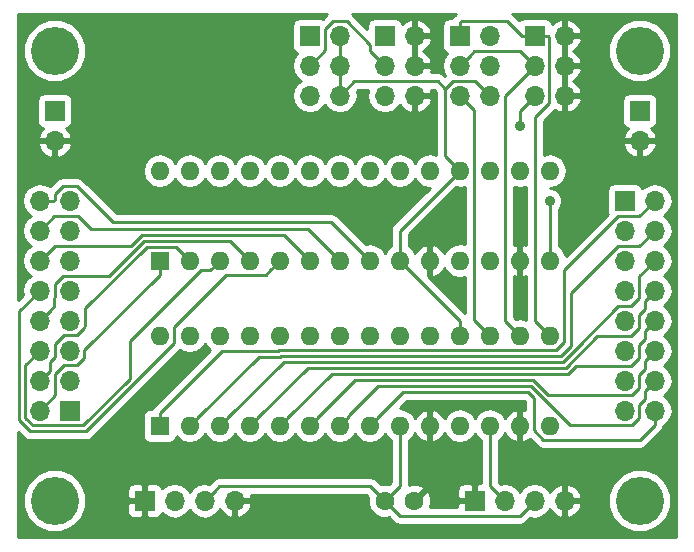
<source format=gbl>
G04 #@! TF.FileFunction,Copper,L2,Bot,Signal*
%FSLAX46Y46*%
G04 Gerber Fmt 4.6, Leading zero omitted, Abs format (unit mm)*
G04 Created by KiCad (PCBNEW 4.0.7-e2-6376~58~ubuntu14.04.1) date Thu Dec  7 13:40:56 2017*
%MOMM*%
%LPD*%
G01*
G04 APERTURE LIST*
%ADD10C,0.100000*%
%ADD11R,1.700000X1.700000*%
%ADD12O,1.700000X1.700000*%
%ADD13R,1.600000X1.600000*%
%ADD14O,1.600000X1.600000*%
%ADD15C,4.064000*%
%ADD16C,1.600000*%
%ADD17C,0.889000*%
%ADD18C,0.254000*%
G04 APERTURE END LIST*
D10*
D11*
X226060000Y-139700000D03*
D12*
X228600000Y-139700000D03*
X226060000Y-142240000D03*
X228600000Y-142240000D03*
X226060000Y-144780000D03*
X228600000Y-144780000D03*
X226060000Y-147320000D03*
X228600000Y-147320000D03*
X226060000Y-149860000D03*
X228600000Y-149860000D03*
X226060000Y-152400000D03*
X228600000Y-152400000D03*
X226060000Y-154940000D03*
X228600000Y-154940000D03*
X226060000Y-157480000D03*
X228600000Y-157480000D03*
D13*
X186690000Y-158750000D03*
D14*
X219710000Y-151130000D03*
X189230000Y-158750000D03*
X217170000Y-151130000D03*
X191770000Y-158750000D03*
X214630000Y-151130000D03*
X194310000Y-158750000D03*
X212090000Y-151130000D03*
X196850000Y-158750000D03*
X209550000Y-151130000D03*
X199390000Y-158750000D03*
X207010000Y-151130000D03*
X201930000Y-158750000D03*
X204470000Y-151130000D03*
X204470000Y-158750000D03*
X201930000Y-151130000D03*
X207010000Y-158750000D03*
X199390000Y-151130000D03*
X209550000Y-158750000D03*
X196850000Y-151130000D03*
X212090000Y-158750000D03*
X194310000Y-151130000D03*
X214630000Y-158750000D03*
X191770000Y-151130000D03*
X217170000Y-158750000D03*
X189230000Y-151130000D03*
X219710000Y-158750000D03*
X186690000Y-151130000D03*
D11*
X205740000Y-125730000D03*
D12*
X208280000Y-125730000D03*
X205740000Y-128270000D03*
X208280000Y-128270000D03*
X205740000Y-130810000D03*
X208280000Y-130810000D03*
D11*
X177800000Y-132080000D03*
D12*
X177800000Y-134620000D03*
D15*
X177800000Y-127000000D03*
D11*
X199390000Y-125730000D03*
D12*
X201930000Y-125730000D03*
X199390000Y-128270000D03*
X201930000Y-128270000D03*
X199390000Y-130810000D03*
X201930000Y-130810000D03*
D15*
X227330000Y-165100000D03*
D11*
X213360000Y-165100000D03*
D12*
X215900000Y-165100000D03*
X218440000Y-165100000D03*
X220980000Y-165100000D03*
D13*
X186690000Y-144780000D03*
D14*
X219710000Y-137160000D03*
X189230000Y-144780000D03*
X217170000Y-137160000D03*
X191770000Y-144780000D03*
X214630000Y-137160000D03*
X194310000Y-144780000D03*
X212090000Y-137160000D03*
X196850000Y-144780000D03*
X209550000Y-137160000D03*
X199390000Y-144780000D03*
X207010000Y-137160000D03*
X201930000Y-144780000D03*
X204470000Y-137160000D03*
X204470000Y-144780000D03*
X201930000Y-137160000D03*
X207010000Y-144780000D03*
X199390000Y-137160000D03*
X209550000Y-144780000D03*
X196850000Y-137160000D03*
X212090000Y-144780000D03*
X194310000Y-137160000D03*
X214630000Y-144780000D03*
X191770000Y-137160000D03*
X217170000Y-144780000D03*
X189230000Y-137160000D03*
X219710000Y-144780000D03*
X186690000Y-137160000D03*
D16*
X208240000Y-165100000D03*
X205740000Y-165100000D03*
D15*
X227330000Y-127000000D03*
D11*
X218440000Y-125730000D03*
D12*
X220980000Y-125730000D03*
X218440000Y-128270000D03*
X220980000Y-128270000D03*
X218440000Y-130810000D03*
X220980000Y-130810000D03*
D11*
X212090000Y-125730000D03*
D12*
X214630000Y-125730000D03*
X212090000Y-128270000D03*
X214630000Y-128270000D03*
X212090000Y-130810000D03*
X214630000Y-130810000D03*
D11*
X227330000Y-132080000D03*
D12*
X227330000Y-134620000D03*
D11*
X185420000Y-165100000D03*
D12*
X187960000Y-165100000D03*
X190500000Y-165100000D03*
X193040000Y-165100000D03*
D11*
X179070000Y-157480000D03*
D12*
X176530000Y-157480000D03*
X179070000Y-154940000D03*
X176530000Y-154940000D03*
X179070000Y-152400000D03*
X176530000Y-152400000D03*
X179070000Y-149860000D03*
X176530000Y-149860000D03*
X179070000Y-147320000D03*
X176530000Y-147320000D03*
X179070000Y-144780000D03*
X176530000Y-144780000D03*
X179070000Y-142240000D03*
X176530000Y-142240000D03*
X179070000Y-139700000D03*
X176530000Y-139700000D03*
D15*
X177800000Y-165100000D03*
D17*
X219710000Y-139700000D03*
X208280000Y-135255000D03*
X217170000Y-133350000D03*
D18*
X219710000Y-139700000D02*
X219710000Y-144780000D01*
X208280000Y-135255000D02*
X208280000Y-130810000D01*
X209550000Y-158750000D02*
X209550000Y-163790000D01*
X209550000Y-163790000D02*
X208240000Y-165100000D01*
X201930000Y-128270000D02*
X201930000Y-130810000D01*
X201930000Y-130810000D02*
X203161001Y-129578999D01*
X203161001Y-129578999D02*
X210218879Y-129578999D01*
X210218879Y-129578999D02*
X210858999Y-130219119D01*
X201930000Y-130810000D02*
X201930000Y-125730000D01*
X205740000Y-165100000D02*
X204508999Y-163868999D01*
X204508999Y-163868999D02*
X191731001Y-163868999D01*
X191731001Y-163868999D02*
X191349999Y-164250001D01*
X191349999Y-164250001D02*
X190500000Y-165100000D01*
X205740000Y-165100000D02*
X207010000Y-166370000D01*
X207010000Y-166370000D02*
X217170000Y-166370000D01*
X217170000Y-166370000D02*
X217590001Y-165949999D01*
X217590001Y-165949999D02*
X218440000Y-165100000D01*
X207010000Y-158750000D02*
X207010000Y-163830000D01*
X207010000Y-163830000D02*
X205740000Y-165100000D01*
X212090000Y-137160000D02*
X210858999Y-135928999D01*
X210858999Y-135928999D02*
X210858999Y-130219119D01*
X210858999Y-130219119D02*
X211499119Y-129578999D01*
X211499119Y-129578999D02*
X213398999Y-129578999D01*
X213398999Y-129578999D02*
X213780001Y-129960001D01*
X213780001Y-129960001D02*
X214630000Y-130810000D01*
X207010000Y-144780000D02*
X207010000Y-142240000D01*
X207010000Y-142240000D02*
X212090000Y-137160000D01*
X212090000Y-151130000D02*
X212090000Y-149860000D01*
X212090000Y-149860000D02*
X207010000Y-144780000D01*
X220655385Y-152819010D02*
X196982553Y-152819011D01*
X196982553Y-152819011D02*
X196893554Y-152908010D01*
X196893554Y-152908010D02*
X195071990Y-152908010D01*
X195071990Y-152908010D02*
X190029999Y-157950001D01*
X190029999Y-157950001D02*
X189230000Y-158750000D01*
X221488010Y-151986385D02*
X220655385Y-152819010D01*
X221488010Y-147530108D02*
X221488010Y-151986385D01*
X225469119Y-143548999D02*
X221488010Y-147530108D01*
X227291001Y-143548999D02*
X225469119Y-143548999D01*
X228600000Y-142240000D02*
X227291001Y-143548999D01*
X227291001Y-147910881D02*
X226572883Y-148628999D01*
X226572883Y-148628999D02*
X225501863Y-148628999D01*
X228600000Y-144780000D02*
X227291001Y-146088999D01*
X197192979Y-153327021D02*
X192569999Y-157950001D01*
X192569999Y-157950001D02*
X191770000Y-158750000D01*
X227291001Y-146088999D02*
X227291001Y-147910881D01*
X225501863Y-148628999D02*
X221996021Y-152134841D01*
X221996021Y-152134841D02*
X221996020Y-152196811D01*
X221996020Y-152196811D02*
X220865810Y-153327021D01*
X220865810Y-153327021D02*
X197192979Y-153327021D01*
X221076235Y-153835032D02*
X199224968Y-153835032D01*
X227750001Y-148169999D02*
X227750001Y-148888117D01*
X227750001Y-148888117D02*
X227291001Y-149347117D01*
X228600000Y-147320000D02*
X227750001Y-148169999D01*
X227291001Y-149347117D02*
X227291001Y-150450881D01*
X227291001Y-150450881D02*
X226572883Y-151168999D01*
X226572883Y-151168999D02*
X223742268Y-151168999D01*
X223742268Y-151168999D02*
X221076235Y-153835032D01*
X199224968Y-153835032D02*
X195109999Y-157950001D01*
X195109999Y-157950001D02*
X194310000Y-158750000D01*
X228600000Y-149860000D02*
X227750001Y-150709999D01*
X227750001Y-150709999D02*
X227750001Y-151428117D01*
X227750001Y-151428117D02*
X227291001Y-151887117D01*
X227291001Y-151887117D02*
X227291001Y-152990881D01*
X227291001Y-152990881D02*
X226572883Y-153708999D01*
X226572883Y-153708999D02*
X221920704Y-153708999D01*
X221920704Y-153708999D02*
X221260042Y-154369661D01*
X221260042Y-154369661D02*
X204638722Y-154369661D01*
X204638722Y-154369661D02*
X204638719Y-154369658D01*
X204638719Y-154369658D02*
X203508873Y-154369658D01*
X203508873Y-154369658D02*
X203482259Y-154343044D01*
X203482259Y-154343044D02*
X203338579Y-154343043D01*
X203338579Y-154343043D02*
X201256957Y-154343043D01*
X201256957Y-154343043D02*
X197649999Y-157950001D01*
X197649999Y-157950001D02*
X196850000Y-158750000D01*
X228600000Y-152400000D02*
X227750001Y-153249999D01*
X227750001Y-153249999D02*
X227750001Y-153968117D01*
X227291001Y-155530881D02*
X226650881Y-156171001D01*
X226650881Y-156171001D02*
X219597319Y-156171001D01*
X227750001Y-153968117D02*
X227291001Y-154427117D01*
X227291001Y-154427117D02*
X227291001Y-155530881D01*
X219597319Y-156171001D02*
X218303988Y-154877670D01*
X218303988Y-154877670D02*
X203262330Y-154877670D01*
X203262330Y-154877670D02*
X200189999Y-157950001D01*
X200189999Y-157950001D02*
X199390000Y-158750000D01*
X228600000Y-154940000D02*
X227750001Y-155789999D01*
X227750001Y-156508117D02*
X227291001Y-156967117D01*
X227750001Y-155789999D02*
X227750001Y-156508117D01*
X227291001Y-158070881D02*
X226650881Y-158711001D01*
X227291001Y-156967117D02*
X227291001Y-158070881D01*
X218093563Y-155385681D02*
X205199201Y-155385681D01*
X226650881Y-158711001D02*
X221418883Y-158711001D01*
X221418883Y-158711001D02*
X218093563Y-155385681D01*
X202729999Y-157950001D02*
X201930000Y-158750000D01*
X205199201Y-155385681D02*
X202729999Y-157854883D01*
X202729999Y-157854883D02*
X202729999Y-157950001D01*
X228600000Y-157480000D02*
X228600000Y-158682081D01*
X228600000Y-158682081D02*
X227351080Y-159931001D01*
X227351080Y-159931001D02*
X219143119Y-159931001D01*
X219143119Y-159931001D02*
X218351001Y-159138883D01*
X218351001Y-159138883D02*
X218351001Y-156367073D01*
X218351001Y-156367073D02*
X217877620Y-155893692D01*
X217877620Y-155893692D02*
X207326308Y-155893692D01*
X207326308Y-155893692D02*
X205269999Y-157950001D01*
X205269999Y-157950001D02*
X204470000Y-158750000D01*
X214630000Y-158750000D02*
X214630000Y-163830000D01*
X214630000Y-163830000D02*
X215900000Y-165100000D01*
X191986000Y-152400000D02*
X186690000Y-157696000D01*
X186690000Y-157696000D02*
X186690000Y-158750000D01*
X196683129Y-152399999D02*
X191986000Y-152400000D01*
X227291001Y-141008999D02*
X225469119Y-141008999D01*
X225469119Y-141008999D02*
X220891001Y-145587117D01*
X228600000Y-139700000D02*
X227291001Y-141008999D01*
X220276881Y-152311001D02*
X196772127Y-152311001D01*
X196772127Y-152311001D02*
X196683129Y-152399999D01*
X220891001Y-145587117D02*
X220891001Y-151696881D01*
X220891001Y-151696881D02*
X220276881Y-152311001D01*
X218440000Y-125730000D02*
X217336000Y-125730000D01*
X212090000Y-124626000D02*
X212090000Y-125730000D01*
X217336000Y-125730000D02*
X216104999Y-124498999D01*
X216104999Y-124498999D02*
X212217001Y-124498999D01*
X212217001Y-124498999D02*
X212090000Y-124626000D01*
X219710000Y-151130000D02*
X218440000Y-149860000D01*
X218440000Y-149860000D02*
X218440000Y-132631882D01*
X218440000Y-132631882D02*
X219671001Y-131400881D01*
X219671001Y-131400881D02*
X219671001Y-125857001D01*
X219671001Y-125857001D02*
X219544000Y-125730000D01*
X219544000Y-125730000D02*
X218440000Y-125730000D01*
X218440000Y-128270000D02*
X217208999Y-127038999D01*
X217208999Y-127038999D02*
X213321001Y-127038999D01*
X213321001Y-127038999D02*
X212939999Y-127420001D01*
X212939999Y-127420001D02*
X212090000Y-128270000D01*
X217170000Y-151130000D02*
X215900000Y-149860000D01*
X215900000Y-149860000D02*
X215900000Y-130810000D01*
X215900000Y-130810000D02*
X217590001Y-129119999D01*
X217590001Y-129119999D02*
X218440000Y-128270000D01*
X218440000Y-130810000D02*
X217170000Y-132080000D01*
X217170000Y-132080000D02*
X217170000Y-133350000D01*
X214630000Y-151130000D02*
X213271001Y-149771001D01*
X213271001Y-149771001D02*
X213271001Y-131991001D01*
X213271001Y-131991001D02*
X212939999Y-131659999D01*
X212939999Y-131659999D02*
X212090000Y-130810000D01*
X176530000Y-154940000D02*
X177379999Y-154090001D01*
X177379999Y-154090001D02*
X177379999Y-153371883D01*
X178557117Y-151091001D02*
X179660881Y-151091001D01*
X179660881Y-151091001D02*
X180301001Y-150450881D01*
X177379999Y-153371883D02*
X177838999Y-152912883D01*
X177838999Y-152912883D02*
X177838999Y-151809119D01*
X177838999Y-151809119D02*
X178557117Y-151091001D01*
X180301001Y-150450881D02*
X180301001Y-150354356D01*
X180301001Y-150354356D02*
X180378999Y-150276359D01*
X180378999Y-150276359D02*
X180378999Y-148805199D01*
X180378999Y-148805199D02*
X185585199Y-143598999D01*
X185585199Y-143598999D02*
X188048999Y-143598999D01*
X188048999Y-143598999D02*
X188430001Y-143980001D01*
X188430001Y-143980001D02*
X189230000Y-144780000D01*
X176530000Y-152400000D02*
X175298999Y-153631001D01*
X175298999Y-153631001D02*
X175298999Y-158070881D01*
X175298999Y-158070881D02*
X175939119Y-158711001D01*
X175939119Y-158711001D02*
X180224801Y-158711001D01*
X180224801Y-158711001D02*
X184150000Y-154785802D01*
X184150000Y-154785802D02*
X184150000Y-151607882D01*
X184150000Y-151607882D02*
X190177883Y-145579999D01*
X190177883Y-145579999D02*
X190970001Y-145579999D01*
X190970001Y-145579999D02*
X191770000Y-144780000D01*
X194310000Y-144780000D02*
X192620988Y-143090988D01*
X192620988Y-143090988D02*
X185374774Y-143090988D01*
X185374774Y-143090988D02*
X182376763Y-146088999D01*
X182376763Y-146088999D02*
X178479119Y-146088999D01*
X178479119Y-146088999D02*
X177838999Y-146729119D01*
X177838999Y-146729119D02*
X177838999Y-147887843D01*
X177838999Y-147887843D02*
X177761001Y-147965841D01*
X177761001Y-147965841D02*
X177761001Y-148628999D01*
X177761001Y-148628999D02*
X177379999Y-149010001D01*
X177379999Y-149010001D02*
X176530000Y-149860000D01*
X176530000Y-147320000D02*
X174790990Y-149059010D01*
X187871001Y-151783235D02*
X187871001Y-150426881D01*
X195668999Y-145961001D02*
X196050001Y-145579999D01*
X174790990Y-149059010D02*
X174790990Y-158281306D01*
X174790990Y-158281306D02*
X175728695Y-159219011D01*
X175728695Y-159219011D02*
X180435226Y-159219010D01*
X180435226Y-159219010D02*
X187871001Y-151783235D01*
X187871001Y-150426881D02*
X192336881Y-145961001D01*
X192336881Y-145961001D02*
X195668999Y-145961001D01*
X196050001Y-145579999D02*
X196850000Y-144780000D01*
X176530000Y-144780000D02*
X177800000Y-143510000D01*
X177800000Y-143510000D02*
X184237326Y-143510000D01*
X184237326Y-143510000D02*
X185164349Y-142582977D01*
X185164349Y-142582977D02*
X197192977Y-142582977D01*
X197192977Y-142582977D02*
X198590001Y-143980001D01*
X198590001Y-143980001D02*
X199390000Y-144780000D01*
X176530000Y-142240000D02*
X177761001Y-141008999D01*
X177761001Y-141008999D02*
X179794770Y-141008999D01*
X179794770Y-141008999D02*
X180891432Y-142105661D01*
X180891432Y-142105661D02*
X184923229Y-142105661D01*
X184923229Y-142105661D02*
X184953924Y-142074966D01*
X184953924Y-142074966D02*
X199224966Y-142074966D01*
X199224966Y-142074966D02*
X201930000Y-144780000D01*
X203670001Y-143980001D02*
X204470000Y-144780000D01*
X201224201Y-141534201D02*
X203670001Y-143980001D01*
X182726083Y-141534201D02*
X201224201Y-141534201D01*
X178479119Y-138468999D02*
X179660881Y-138468999D01*
X179660881Y-138468999D02*
X182726083Y-141534201D01*
X177838999Y-139109119D02*
X178479119Y-138468999D01*
X176530000Y-139700000D02*
X177732081Y-139700000D01*
X177732081Y-139700000D02*
X177838999Y-139593082D01*
X177838999Y-139593082D02*
X177838999Y-139109119D01*
X180301001Y-152341769D02*
X186690000Y-145952770D01*
X176530000Y-157480000D02*
X177838999Y-156171001D01*
X178557117Y-153631001D02*
X179660881Y-153631001D01*
X177838999Y-156171001D02*
X177838999Y-154349119D01*
X186690000Y-145952770D02*
X186690000Y-145834000D01*
X177838999Y-154349119D02*
X178557117Y-153631001D01*
X179660881Y-153631001D02*
X180301001Y-152990881D01*
X180301001Y-152990881D02*
X180301001Y-152341769D01*
X186690000Y-145834000D02*
X186690000Y-144780000D01*
X199390000Y-128270000D02*
X200698999Y-126961001D01*
X204508999Y-126487117D02*
X204508999Y-127038999D01*
X200698999Y-126961001D02*
X200698999Y-125139119D01*
X200698999Y-125139119D02*
X201339119Y-124498999D01*
X201339119Y-124498999D02*
X202520881Y-124498999D01*
X202520881Y-124498999D02*
X204508999Y-126487117D01*
X204890001Y-127420001D02*
X205740000Y-128270000D01*
X204508999Y-127038999D02*
X204890001Y-127420001D01*
G36*
X230430000Y-168200000D02*
X174700000Y-168200000D01*
X174700000Y-165628172D01*
X175132538Y-165628172D01*
X175537709Y-166608761D01*
X176287293Y-167359655D01*
X177267173Y-167766536D01*
X178328172Y-167767462D01*
X179308761Y-167362291D01*
X180059655Y-166612707D01*
X180466536Y-165632827D01*
X180467462Y-164571828D01*
X180062291Y-163591239D01*
X179312707Y-162840345D01*
X178332827Y-162433464D01*
X177271828Y-162432538D01*
X176291239Y-162837709D01*
X175540345Y-163587293D01*
X175133464Y-164567173D01*
X175132538Y-165628172D01*
X174700000Y-165628172D01*
X174700000Y-159267946D01*
X175189880Y-159757826D01*
X175437090Y-159923007D01*
X175728695Y-159981011D01*
X180435226Y-159981010D01*
X180726831Y-159923006D01*
X180974041Y-159757825D01*
X188409816Y-152322050D01*
X188417199Y-152311001D01*
X188418717Y-152308729D01*
X188680849Y-152483880D01*
X189230000Y-152593113D01*
X189779151Y-152483880D01*
X190244698Y-152172811D01*
X190500000Y-151790725D01*
X190755302Y-152172811D01*
X190983249Y-152325121D01*
X186151185Y-157157185D01*
X186054048Y-157302560D01*
X185890000Y-157302560D01*
X185654683Y-157346838D01*
X185438559Y-157485910D01*
X185293569Y-157698110D01*
X185242560Y-157950000D01*
X185242560Y-159550000D01*
X185286838Y-159785317D01*
X185425910Y-160001441D01*
X185638110Y-160146431D01*
X185890000Y-160197440D01*
X187490000Y-160197440D01*
X187725317Y-160153162D01*
X187941441Y-160014090D01*
X188086431Y-159801890D01*
X188117815Y-159646911D01*
X188215302Y-159792811D01*
X188680849Y-160103880D01*
X189230000Y-160213113D01*
X189779151Y-160103880D01*
X190244698Y-159792811D01*
X190500000Y-159410725D01*
X190755302Y-159792811D01*
X191220849Y-160103880D01*
X191770000Y-160213113D01*
X192319151Y-160103880D01*
X192784698Y-159792811D01*
X193040000Y-159410725D01*
X193295302Y-159792811D01*
X193760849Y-160103880D01*
X194310000Y-160213113D01*
X194859151Y-160103880D01*
X195324698Y-159792811D01*
X195580000Y-159410725D01*
X195835302Y-159792811D01*
X196300849Y-160103880D01*
X196850000Y-160213113D01*
X197399151Y-160103880D01*
X197864698Y-159792811D01*
X198120000Y-159410725D01*
X198375302Y-159792811D01*
X198840849Y-160103880D01*
X199390000Y-160213113D01*
X199939151Y-160103880D01*
X200404698Y-159792811D01*
X200660000Y-159410725D01*
X200915302Y-159792811D01*
X201380849Y-160103880D01*
X201930000Y-160213113D01*
X202479151Y-160103880D01*
X202944698Y-159792811D01*
X203200000Y-159410725D01*
X203455302Y-159792811D01*
X203920849Y-160103880D01*
X204470000Y-160213113D01*
X205019151Y-160103880D01*
X205484698Y-159792811D01*
X205740000Y-159410725D01*
X205995302Y-159792811D01*
X206248000Y-159961659D01*
X206248000Y-163514369D01*
X206076455Y-163685914D01*
X206026691Y-163665250D01*
X205455813Y-163664752D01*
X205403852Y-163686222D01*
X205047814Y-163330184D01*
X204989448Y-163291185D01*
X204800604Y-163165003D01*
X204508999Y-163106999D01*
X191731001Y-163106999D01*
X191439396Y-163165003D01*
X191192185Y-163330184D01*
X190864049Y-163658321D01*
X190500000Y-163585907D01*
X189931715Y-163698946D01*
X189449946Y-164020853D01*
X189230000Y-164350026D01*
X189010054Y-164020853D01*
X188528285Y-163698946D01*
X187960000Y-163585907D01*
X187391715Y-163698946D01*
X186909946Y-164020853D01*
X186882150Y-164062452D01*
X186873162Y-164014683D01*
X186734090Y-163798559D01*
X186521890Y-163653569D01*
X186270000Y-163602560D01*
X184570000Y-163602560D01*
X184334683Y-163646838D01*
X184118559Y-163785910D01*
X183973569Y-163998110D01*
X183922560Y-164250000D01*
X183922560Y-165950000D01*
X183966838Y-166185317D01*
X184105910Y-166401441D01*
X184318110Y-166546431D01*
X184570000Y-166597440D01*
X186270000Y-166597440D01*
X186505317Y-166553162D01*
X186721441Y-166414090D01*
X186866431Y-166201890D01*
X186880086Y-166134459D01*
X186909946Y-166179147D01*
X187391715Y-166501054D01*
X187960000Y-166614093D01*
X188528285Y-166501054D01*
X189010054Y-166179147D01*
X189230000Y-165849974D01*
X189449946Y-166179147D01*
X189931715Y-166501054D01*
X190500000Y-166614093D01*
X191068285Y-166501054D01*
X191550054Y-166179147D01*
X191777702Y-165838447D01*
X191844817Y-165981358D01*
X192273076Y-166371645D01*
X192683110Y-166541476D01*
X192913000Y-166420155D01*
X192913000Y-165227000D01*
X193167000Y-165227000D01*
X193167000Y-166420155D01*
X193396890Y-166541476D01*
X193806924Y-166371645D01*
X194235183Y-165981358D01*
X194481486Y-165456892D01*
X194360819Y-165227000D01*
X193167000Y-165227000D01*
X192913000Y-165227000D01*
X192893000Y-165227000D01*
X192893000Y-164973000D01*
X192913000Y-164973000D01*
X192913000Y-164953000D01*
X193167000Y-164953000D01*
X193167000Y-164973000D01*
X194360819Y-164973000D01*
X194481486Y-164743108D01*
X194428837Y-164630999D01*
X204193369Y-164630999D01*
X204325914Y-164763544D01*
X204305250Y-164813309D01*
X204304752Y-165384187D01*
X204522757Y-165911800D01*
X204926077Y-166315824D01*
X205453309Y-166534750D01*
X206024187Y-166535248D01*
X206076148Y-166513778D01*
X206471184Y-166908815D01*
X206718395Y-167073996D01*
X207010000Y-167132000D01*
X217170000Y-167132000D01*
X217461605Y-167073996D01*
X217708815Y-166908815D01*
X218075951Y-166541679D01*
X218440000Y-166614093D01*
X219008285Y-166501054D01*
X219490054Y-166179147D01*
X219717702Y-165838447D01*
X219784817Y-165981358D01*
X220213076Y-166371645D01*
X220623110Y-166541476D01*
X220853000Y-166420155D01*
X220853000Y-165227000D01*
X221107000Y-165227000D01*
X221107000Y-166420155D01*
X221336890Y-166541476D01*
X221746924Y-166371645D01*
X222175183Y-165981358D01*
X222341048Y-165628172D01*
X224662538Y-165628172D01*
X225067709Y-166608761D01*
X225817293Y-167359655D01*
X226797173Y-167766536D01*
X227858172Y-167767462D01*
X228838761Y-167362291D01*
X229589655Y-166612707D01*
X229996536Y-165632827D01*
X229997462Y-164571828D01*
X229592291Y-163591239D01*
X228842707Y-162840345D01*
X227862827Y-162433464D01*
X226801828Y-162432538D01*
X225821239Y-162837709D01*
X225070345Y-163587293D01*
X224663464Y-164567173D01*
X224662538Y-165628172D01*
X222341048Y-165628172D01*
X222421486Y-165456892D01*
X222300819Y-165227000D01*
X221107000Y-165227000D01*
X220853000Y-165227000D01*
X220833000Y-165227000D01*
X220833000Y-164973000D01*
X220853000Y-164973000D01*
X220853000Y-163779845D01*
X221107000Y-163779845D01*
X221107000Y-164973000D01*
X222300819Y-164973000D01*
X222421486Y-164743108D01*
X222175183Y-164218642D01*
X221746924Y-163828355D01*
X221336890Y-163658524D01*
X221107000Y-163779845D01*
X220853000Y-163779845D01*
X220623110Y-163658524D01*
X220213076Y-163828355D01*
X219784817Y-164218642D01*
X219717702Y-164361553D01*
X219490054Y-164020853D01*
X219008285Y-163698946D01*
X218440000Y-163585907D01*
X217871715Y-163698946D01*
X217389946Y-164020853D01*
X217170000Y-164350026D01*
X216950054Y-164020853D01*
X216468285Y-163698946D01*
X215900000Y-163585907D01*
X215535951Y-163658321D01*
X215392000Y-163514370D01*
X215392000Y-159961659D01*
X215644698Y-159792811D01*
X215900000Y-159410725D01*
X216155302Y-159792811D01*
X216620849Y-160103880D01*
X217170000Y-160213113D01*
X217719151Y-160103880D01*
X218030399Y-159895911D01*
X218604304Y-160469816D01*
X218851514Y-160634997D01*
X219143119Y-160693001D01*
X227351080Y-160693001D01*
X227642685Y-160634997D01*
X227889895Y-160469816D01*
X229138816Y-159220896D01*
X229284672Y-159002606D01*
X229303996Y-158973686D01*
X229348263Y-158751143D01*
X229679147Y-158530054D01*
X230001054Y-158048285D01*
X230114093Y-157480000D01*
X230001054Y-156911715D01*
X229679147Y-156429946D01*
X229349974Y-156210000D01*
X229679147Y-155990054D01*
X230001054Y-155508285D01*
X230114093Y-154940000D01*
X230001054Y-154371715D01*
X229679147Y-153889946D01*
X229349974Y-153670000D01*
X229679147Y-153450054D01*
X230001054Y-152968285D01*
X230114093Y-152400000D01*
X230001054Y-151831715D01*
X229679147Y-151349946D01*
X229349974Y-151130000D01*
X229679147Y-150910054D01*
X230001054Y-150428285D01*
X230114093Y-149860000D01*
X230001054Y-149291715D01*
X229679147Y-148809946D01*
X229349974Y-148590000D01*
X229679147Y-148370054D01*
X230001054Y-147888285D01*
X230114093Y-147320000D01*
X230001054Y-146751715D01*
X229679147Y-146269946D01*
X229349974Y-146050000D01*
X229679147Y-145830054D01*
X230001054Y-145348285D01*
X230114093Y-144780000D01*
X230001054Y-144211715D01*
X229679147Y-143729946D01*
X229349974Y-143510000D01*
X229679147Y-143290054D01*
X230001054Y-142808285D01*
X230114093Y-142240000D01*
X230001054Y-141671715D01*
X229679147Y-141189946D01*
X229349974Y-140970000D01*
X229679147Y-140750054D01*
X230001054Y-140268285D01*
X230114093Y-139700000D01*
X230001054Y-139131715D01*
X229679147Y-138649946D01*
X229197378Y-138328039D01*
X228629093Y-138215000D01*
X228570907Y-138215000D01*
X228002622Y-138328039D01*
X227520853Y-138649946D01*
X227520029Y-138651179D01*
X227513162Y-138614683D01*
X227374090Y-138398559D01*
X227161890Y-138253569D01*
X226910000Y-138202560D01*
X225210000Y-138202560D01*
X224974683Y-138246838D01*
X224758559Y-138385910D01*
X224613569Y-138598110D01*
X224562560Y-138850000D01*
X224562560Y-140550000D01*
X224606838Y-140785317D01*
X224610100Y-140790387D01*
X221062642Y-144337846D01*
X221035767Y-144202736D01*
X220724698Y-143737189D01*
X220472000Y-143568341D01*
X220472000Y-140464642D01*
X220624622Y-140312286D01*
X220789313Y-139915668D01*
X220789687Y-139486216D01*
X220625689Y-139089311D01*
X220322286Y-138785378D01*
X219925668Y-138620687D01*
X219723083Y-138620511D01*
X220259151Y-138513880D01*
X220724698Y-138202811D01*
X221035767Y-137737264D01*
X221145000Y-137188113D01*
X221145000Y-137131887D01*
X221035767Y-136582736D01*
X220724698Y-136117189D01*
X220259151Y-135806120D01*
X219710000Y-135696887D01*
X219202000Y-135797935D01*
X219202000Y-134976890D01*
X225888524Y-134976890D01*
X226058355Y-135386924D01*
X226448642Y-135815183D01*
X226973108Y-136061486D01*
X227203000Y-135940819D01*
X227203000Y-134747000D01*
X227457000Y-134747000D01*
X227457000Y-135940819D01*
X227686892Y-136061486D01*
X228211358Y-135815183D01*
X228601645Y-135386924D01*
X228771476Y-134976890D01*
X228650155Y-134747000D01*
X227457000Y-134747000D01*
X227203000Y-134747000D01*
X226009845Y-134747000D01*
X225888524Y-134976890D01*
X219202000Y-134976890D01*
X219202000Y-132947512D01*
X220129730Y-132019783D01*
X220623108Y-132251486D01*
X220853000Y-132130819D01*
X220853000Y-130937000D01*
X221107000Y-130937000D01*
X221107000Y-132130819D01*
X221336892Y-132251486D01*
X221861358Y-132005183D01*
X222251645Y-131576924D01*
X222395336Y-131230000D01*
X225832560Y-131230000D01*
X225832560Y-132930000D01*
X225876838Y-133165317D01*
X226015910Y-133381441D01*
X226228110Y-133526431D01*
X226336107Y-133548301D01*
X226058355Y-133853076D01*
X225888524Y-134263110D01*
X226009845Y-134493000D01*
X227203000Y-134493000D01*
X227203000Y-134473000D01*
X227457000Y-134473000D01*
X227457000Y-134493000D01*
X228650155Y-134493000D01*
X228771476Y-134263110D01*
X228601645Y-133853076D01*
X228325499Y-133550063D01*
X228415317Y-133533162D01*
X228631441Y-133394090D01*
X228776431Y-133181890D01*
X228827440Y-132930000D01*
X228827440Y-131230000D01*
X228783162Y-130994683D01*
X228644090Y-130778559D01*
X228431890Y-130633569D01*
X228180000Y-130582560D01*
X226480000Y-130582560D01*
X226244683Y-130626838D01*
X226028559Y-130765910D01*
X225883569Y-130978110D01*
X225832560Y-131230000D01*
X222395336Y-131230000D01*
X222421476Y-131166890D01*
X222300155Y-130937000D01*
X221107000Y-130937000D01*
X220853000Y-130937000D01*
X220833000Y-130937000D01*
X220833000Y-130683000D01*
X220853000Y-130683000D01*
X220853000Y-128397000D01*
X221107000Y-128397000D01*
X221107000Y-130683000D01*
X222300155Y-130683000D01*
X222421476Y-130453110D01*
X222251645Y-130043076D01*
X221861358Y-129614817D01*
X221702046Y-129540000D01*
X221861358Y-129465183D01*
X222251645Y-129036924D01*
X222421476Y-128626890D01*
X222300155Y-128397000D01*
X221107000Y-128397000D01*
X220853000Y-128397000D01*
X220833000Y-128397000D01*
X220833000Y-128143000D01*
X220853000Y-128143000D01*
X220853000Y-125857000D01*
X221107000Y-125857000D01*
X221107000Y-128143000D01*
X222300155Y-128143000D01*
X222421476Y-127913110D01*
X222262040Y-127528172D01*
X224662538Y-127528172D01*
X225067709Y-128508761D01*
X225817293Y-129259655D01*
X226797173Y-129666536D01*
X227858172Y-129667462D01*
X228838761Y-129262291D01*
X229589655Y-128512707D01*
X229996536Y-127532827D01*
X229997462Y-126471828D01*
X229592291Y-125491239D01*
X228842707Y-124740345D01*
X227862827Y-124333464D01*
X226801828Y-124332538D01*
X225821239Y-124737709D01*
X225070345Y-125487293D01*
X224663464Y-126467173D01*
X224662538Y-127528172D01*
X222262040Y-127528172D01*
X222251645Y-127503076D01*
X221861358Y-127074817D01*
X221702046Y-127000000D01*
X221861358Y-126925183D01*
X222251645Y-126496924D01*
X222421476Y-126086890D01*
X222300155Y-125857000D01*
X221107000Y-125857000D01*
X220853000Y-125857000D01*
X220833000Y-125857000D01*
X220833000Y-125603000D01*
X220853000Y-125603000D01*
X220853000Y-124409181D01*
X221107000Y-124409181D01*
X221107000Y-125603000D01*
X222300155Y-125603000D01*
X222421476Y-125373110D01*
X222251645Y-124963076D01*
X221861358Y-124534817D01*
X221336892Y-124288514D01*
X221107000Y-124409181D01*
X220853000Y-124409181D01*
X220623108Y-124288514D01*
X220098642Y-124534817D01*
X219911192Y-124740504D01*
X219893162Y-124644683D01*
X219754090Y-124428559D01*
X219541890Y-124283569D01*
X219290000Y-124232560D01*
X217590000Y-124232560D01*
X217354683Y-124276838D01*
X217138559Y-124415910D01*
X217122721Y-124439090D01*
X216643814Y-123960184D01*
X216586674Y-123922004D01*
X216553743Y-123900000D01*
X230430000Y-123900000D01*
X230430000Y-168200000D01*
X230430000Y-168200000D01*
G37*
X230430000Y-168200000D02*
X174700000Y-168200000D01*
X174700000Y-165628172D01*
X175132538Y-165628172D01*
X175537709Y-166608761D01*
X176287293Y-167359655D01*
X177267173Y-167766536D01*
X178328172Y-167767462D01*
X179308761Y-167362291D01*
X180059655Y-166612707D01*
X180466536Y-165632827D01*
X180467462Y-164571828D01*
X180062291Y-163591239D01*
X179312707Y-162840345D01*
X178332827Y-162433464D01*
X177271828Y-162432538D01*
X176291239Y-162837709D01*
X175540345Y-163587293D01*
X175133464Y-164567173D01*
X175132538Y-165628172D01*
X174700000Y-165628172D01*
X174700000Y-159267946D01*
X175189880Y-159757826D01*
X175437090Y-159923007D01*
X175728695Y-159981011D01*
X180435226Y-159981010D01*
X180726831Y-159923006D01*
X180974041Y-159757825D01*
X188409816Y-152322050D01*
X188417199Y-152311001D01*
X188418717Y-152308729D01*
X188680849Y-152483880D01*
X189230000Y-152593113D01*
X189779151Y-152483880D01*
X190244698Y-152172811D01*
X190500000Y-151790725D01*
X190755302Y-152172811D01*
X190983249Y-152325121D01*
X186151185Y-157157185D01*
X186054048Y-157302560D01*
X185890000Y-157302560D01*
X185654683Y-157346838D01*
X185438559Y-157485910D01*
X185293569Y-157698110D01*
X185242560Y-157950000D01*
X185242560Y-159550000D01*
X185286838Y-159785317D01*
X185425910Y-160001441D01*
X185638110Y-160146431D01*
X185890000Y-160197440D01*
X187490000Y-160197440D01*
X187725317Y-160153162D01*
X187941441Y-160014090D01*
X188086431Y-159801890D01*
X188117815Y-159646911D01*
X188215302Y-159792811D01*
X188680849Y-160103880D01*
X189230000Y-160213113D01*
X189779151Y-160103880D01*
X190244698Y-159792811D01*
X190500000Y-159410725D01*
X190755302Y-159792811D01*
X191220849Y-160103880D01*
X191770000Y-160213113D01*
X192319151Y-160103880D01*
X192784698Y-159792811D01*
X193040000Y-159410725D01*
X193295302Y-159792811D01*
X193760849Y-160103880D01*
X194310000Y-160213113D01*
X194859151Y-160103880D01*
X195324698Y-159792811D01*
X195580000Y-159410725D01*
X195835302Y-159792811D01*
X196300849Y-160103880D01*
X196850000Y-160213113D01*
X197399151Y-160103880D01*
X197864698Y-159792811D01*
X198120000Y-159410725D01*
X198375302Y-159792811D01*
X198840849Y-160103880D01*
X199390000Y-160213113D01*
X199939151Y-160103880D01*
X200404698Y-159792811D01*
X200660000Y-159410725D01*
X200915302Y-159792811D01*
X201380849Y-160103880D01*
X201930000Y-160213113D01*
X202479151Y-160103880D01*
X202944698Y-159792811D01*
X203200000Y-159410725D01*
X203455302Y-159792811D01*
X203920849Y-160103880D01*
X204470000Y-160213113D01*
X205019151Y-160103880D01*
X205484698Y-159792811D01*
X205740000Y-159410725D01*
X205995302Y-159792811D01*
X206248000Y-159961659D01*
X206248000Y-163514369D01*
X206076455Y-163685914D01*
X206026691Y-163665250D01*
X205455813Y-163664752D01*
X205403852Y-163686222D01*
X205047814Y-163330184D01*
X204989448Y-163291185D01*
X204800604Y-163165003D01*
X204508999Y-163106999D01*
X191731001Y-163106999D01*
X191439396Y-163165003D01*
X191192185Y-163330184D01*
X190864049Y-163658321D01*
X190500000Y-163585907D01*
X189931715Y-163698946D01*
X189449946Y-164020853D01*
X189230000Y-164350026D01*
X189010054Y-164020853D01*
X188528285Y-163698946D01*
X187960000Y-163585907D01*
X187391715Y-163698946D01*
X186909946Y-164020853D01*
X186882150Y-164062452D01*
X186873162Y-164014683D01*
X186734090Y-163798559D01*
X186521890Y-163653569D01*
X186270000Y-163602560D01*
X184570000Y-163602560D01*
X184334683Y-163646838D01*
X184118559Y-163785910D01*
X183973569Y-163998110D01*
X183922560Y-164250000D01*
X183922560Y-165950000D01*
X183966838Y-166185317D01*
X184105910Y-166401441D01*
X184318110Y-166546431D01*
X184570000Y-166597440D01*
X186270000Y-166597440D01*
X186505317Y-166553162D01*
X186721441Y-166414090D01*
X186866431Y-166201890D01*
X186880086Y-166134459D01*
X186909946Y-166179147D01*
X187391715Y-166501054D01*
X187960000Y-166614093D01*
X188528285Y-166501054D01*
X189010054Y-166179147D01*
X189230000Y-165849974D01*
X189449946Y-166179147D01*
X189931715Y-166501054D01*
X190500000Y-166614093D01*
X191068285Y-166501054D01*
X191550054Y-166179147D01*
X191777702Y-165838447D01*
X191844817Y-165981358D01*
X192273076Y-166371645D01*
X192683110Y-166541476D01*
X192913000Y-166420155D01*
X192913000Y-165227000D01*
X193167000Y-165227000D01*
X193167000Y-166420155D01*
X193396890Y-166541476D01*
X193806924Y-166371645D01*
X194235183Y-165981358D01*
X194481486Y-165456892D01*
X194360819Y-165227000D01*
X193167000Y-165227000D01*
X192913000Y-165227000D01*
X192893000Y-165227000D01*
X192893000Y-164973000D01*
X192913000Y-164973000D01*
X192913000Y-164953000D01*
X193167000Y-164953000D01*
X193167000Y-164973000D01*
X194360819Y-164973000D01*
X194481486Y-164743108D01*
X194428837Y-164630999D01*
X204193369Y-164630999D01*
X204325914Y-164763544D01*
X204305250Y-164813309D01*
X204304752Y-165384187D01*
X204522757Y-165911800D01*
X204926077Y-166315824D01*
X205453309Y-166534750D01*
X206024187Y-166535248D01*
X206076148Y-166513778D01*
X206471184Y-166908815D01*
X206718395Y-167073996D01*
X207010000Y-167132000D01*
X217170000Y-167132000D01*
X217461605Y-167073996D01*
X217708815Y-166908815D01*
X218075951Y-166541679D01*
X218440000Y-166614093D01*
X219008285Y-166501054D01*
X219490054Y-166179147D01*
X219717702Y-165838447D01*
X219784817Y-165981358D01*
X220213076Y-166371645D01*
X220623110Y-166541476D01*
X220853000Y-166420155D01*
X220853000Y-165227000D01*
X221107000Y-165227000D01*
X221107000Y-166420155D01*
X221336890Y-166541476D01*
X221746924Y-166371645D01*
X222175183Y-165981358D01*
X222341048Y-165628172D01*
X224662538Y-165628172D01*
X225067709Y-166608761D01*
X225817293Y-167359655D01*
X226797173Y-167766536D01*
X227858172Y-167767462D01*
X228838761Y-167362291D01*
X229589655Y-166612707D01*
X229996536Y-165632827D01*
X229997462Y-164571828D01*
X229592291Y-163591239D01*
X228842707Y-162840345D01*
X227862827Y-162433464D01*
X226801828Y-162432538D01*
X225821239Y-162837709D01*
X225070345Y-163587293D01*
X224663464Y-164567173D01*
X224662538Y-165628172D01*
X222341048Y-165628172D01*
X222421486Y-165456892D01*
X222300819Y-165227000D01*
X221107000Y-165227000D01*
X220853000Y-165227000D01*
X220833000Y-165227000D01*
X220833000Y-164973000D01*
X220853000Y-164973000D01*
X220853000Y-163779845D01*
X221107000Y-163779845D01*
X221107000Y-164973000D01*
X222300819Y-164973000D01*
X222421486Y-164743108D01*
X222175183Y-164218642D01*
X221746924Y-163828355D01*
X221336890Y-163658524D01*
X221107000Y-163779845D01*
X220853000Y-163779845D01*
X220623110Y-163658524D01*
X220213076Y-163828355D01*
X219784817Y-164218642D01*
X219717702Y-164361553D01*
X219490054Y-164020853D01*
X219008285Y-163698946D01*
X218440000Y-163585907D01*
X217871715Y-163698946D01*
X217389946Y-164020853D01*
X217170000Y-164350026D01*
X216950054Y-164020853D01*
X216468285Y-163698946D01*
X215900000Y-163585907D01*
X215535951Y-163658321D01*
X215392000Y-163514370D01*
X215392000Y-159961659D01*
X215644698Y-159792811D01*
X215900000Y-159410725D01*
X216155302Y-159792811D01*
X216620849Y-160103880D01*
X217170000Y-160213113D01*
X217719151Y-160103880D01*
X218030399Y-159895911D01*
X218604304Y-160469816D01*
X218851514Y-160634997D01*
X219143119Y-160693001D01*
X227351080Y-160693001D01*
X227642685Y-160634997D01*
X227889895Y-160469816D01*
X229138816Y-159220896D01*
X229284672Y-159002606D01*
X229303996Y-158973686D01*
X229348263Y-158751143D01*
X229679147Y-158530054D01*
X230001054Y-158048285D01*
X230114093Y-157480000D01*
X230001054Y-156911715D01*
X229679147Y-156429946D01*
X229349974Y-156210000D01*
X229679147Y-155990054D01*
X230001054Y-155508285D01*
X230114093Y-154940000D01*
X230001054Y-154371715D01*
X229679147Y-153889946D01*
X229349974Y-153670000D01*
X229679147Y-153450054D01*
X230001054Y-152968285D01*
X230114093Y-152400000D01*
X230001054Y-151831715D01*
X229679147Y-151349946D01*
X229349974Y-151130000D01*
X229679147Y-150910054D01*
X230001054Y-150428285D01*
X230114093Y-149860000D01*
X230001054Y-149291715D01*
X229679147Y-148809946D01*
X229349974Y-148590000D01*
X229679147Y-148370054D01*
X230001054Y-147888285D01*
X230114093Y-147320000D01*
X230001054Y-146751715D01*
X229679147Y-146269946D01*
X229349974Y-146050000D01*
X229679147Y-145830054D01*
X230001054Y-145348285D01*
X230114093Y-144780000D01*
X230001054Y-144211715D01*
X229679147Y-143729946D01*
X229349974Y-143510000D01*
X229679147Y-143290054D01*
X230001054Y-142808285D01*
X230114093Y-142240000D01*
X230001054Y-141671715D01*
X229679147Y-141189946D01*
X229349974Y-140970000D01*
X229679147Y-140750054D01*
X230001054Y-140268285D01*
X230114093Y-139700000D01*
X230001054Y-139131715D01*
X229679147Y-138649946D01*
X229197378Y-138328039D01*
X228629093Y-138215000D01*
X228570907Y-138215000D01*
X228002622Y-138328039D01*
X227520853Y-138649946D01*
X227520029Y-138651179D01*
X227513162Y-138614683D01*
X227374090Y-138398559D01*
X227161890Y-138253569D01*
X226910000Y-138202560D01*
X225210000Y-138202560D01*
X224974683Y-138246838D01*
X224758559Y-138385910D01*
X224613569Y-138598110D01*
X224562560Y-138850000D01*
X224562560Y-140550000D01*
X224606838Y-140785317D01*
X224610100Y-140790387D01*
X221062642Y-144337846D01*
X221035767Y-144202736D01*
X220724698Y-143737189D01*
X220472000Y-143568341D01*
X220472000Y-140464642D01*
X220624622Y-140312286D01*
X220789313Y-139915668D01*
X220789687Y-139486216D01*
X220625689Y-139089311D01*
X220322286Y-138785378D01*
X219925668Y-138620687D01*
X219723083Y-138620511D01*
X220259151Y-138513880D01*
X220724698Y-138202811D01*
X221035767Y-137737264D01*
X221145000Y-137188113D01*
X221145000Y-137131887D01*
X221035767Y-136582736D01*
X220724698Y-136117189D01*
X220259151Y-135806120D01*
X219710000Y-135696887D01*
X219202000Y-135797935D01*
X219202000Y-134976890D01*
X225888524Y-134976890D01*
X226058355Y-135386924D01*
X226448642Y-135815183D01*
X226973108Y-136061486D01*
X227203000Y-135940819D01*
X227203000Y-134747000D01*
X227457000Y-134747000D01*
X227457000Y-135940819D01*
X227686892Y-136061486D01*
X228211358Y-135815183D01*
X228601645Y-135386924D01*
X228771476Y-134976890D01*
X228650155Y-134747000D01*
X227457000Y-134747000D01*
X227203000Y-134747000D01*
X226009845Y-134747000D01*
X225888524Y-134976890D01*
X219202000Y-134976890D01*
X219202000Y-132947512D01*
X220129730Y-132019783D01*
X220623108Y-132251486D01*
X220853000Y-132130819D01*
X220853000Y-130937000D01*
X221107000Y-130937000D01*
X221107000Y-132130819D01*
X221336892Y-132251486D01*
X221861358Y-132005183D01*
X222251645Y-131576924D01*
X222395336Y-131230000D01*
X225832560Y-131230000D01*
X225832560Y-132930000D01*
X225876838Y-133165317D01*
X226015910Y-133381441D01*
X226228110Y-133526431D01*
X226336107Y-133548301D01*
X226058355Y-133853076D01*
X225888524Y-134263110D01*
X226009845Y-134493000D01*
X227203000Y-134493000D01*
X227203000Y-134473000D01*
X227457000Y-134473000D01*
X227457000Y-134493000D01*
X228650155Y-134493000D01*
X228771476Y-134263110D01*
X228601645Y-133853076D01*
X228325499Y-133550063D01*
X228415317Y-133533162D01*
X228631441Y-133394090D01*
X228776431Y-133181890D01*
X228827440Y-132930000D01*
X228827440Y-131230000D01*
X228783162Y-130994683D01*
X228644090Y-130778559D01*
X228431890Y-130633569D01*
X228180000Y-130582560D01*
X226480000Y-130582560D01*
X226244683Y-130626838D01*
X226028559Y-130765910D01*
X225883569Y-130978110D01*
X225832560Y-131230000D01*
X222395336Y-131230000D01*
X222421476Y-131166890D01*
X222300155Y-130937000D01*
X221107000Y-130937000D01*
X220853000Y-130937000D01*
X220833000Y-130937000D01*
X220833000Y-130683000D01*
X220853000Y-130683000D01*
X220853000Y-128397000D01*
X221107000Y-128397000D01*
X221107000Y-130683000D01*
X222300155Y-130683000D01*
X222421476Y-130453110D01*
X222251645Y-130043076D01*
X221861358Y-129614817D01*
X221702046Y-129540000D01*
X221861358Y-129465183D01*
X222251645Y-129036924D01*
X222421476Y-128626890D01*
X222300155Y-128397000D01*
X221107000Y-128397000D01*
X220853000Y-128397000D01*
X220833000Y-128397000D01*
X220833000Y-128143000D01*
X220853000Y-128143000D01*
X220853000Y-125857000D01*
X221107000Y-125857000D01*
X221107000Y-128143000D01*
X222300155Y-128143000D01*
X222421476Y-127913110D01*
X222262040Y-127528172D01*
X224662538Y-127528172D01*
X225067709Y-128508761D01*
X225817293Y-129259655D01*
X226797173Y-129666536D01*
X227858172Y-129667462D01*
X228838761Y-129262291D01*
X229589655Y-128512707D01*
X229996536Y-127532827D01*
X229997462Y-126471828D01*
X229592291Y-125491239D01*
X228842707Y-124740345D01*
X227862827Y-124333464D01*
X226801828Y-124332538D01*
X225821239Y-124737709D01*
X225070345Y-125487293D01*
X224663464Y-126467173D01*
X224662538Y-127528172D01*
X222262040Y-127528172D01*
X222251645Y-127503076D01*
X221861358Y-127074817D01*
X221702046Y-127000000D01*
X221861358Y-126925183D01*
X222251645Y-126496924D01*
X222421476Y-126086890D01*
X222300155Y-125857000D01*
X221107000Y-125857000D01*
X220853000Y-125857000D01*
X220833000Y-125857000D01*
X220833000Y-125603000D01*
X220853000Y-125603000D01*
X220853000Y-124409181D01*
X221107000Y-124409181D01*
X221107000Y-125603000D01*
X222300155Y-125603000D01*
X222421476Y-125373110D01*
X222251645Y-124963076D01*
X221861358Y-124534817D01*
X221336892Y-124288514D01*
X221107000Y-124409181D01*
X220853000Y-124409181D01*
X220623108Y-124288514D01*
X220098642Y-124534817D01*
X219911192Y-124740504D01*
X219893162Y-124644683D01*
X219754090Y-124428559D01*
X219541890Y-124283569D01*
X219290000Y-124232560D01*
X217590000Y-124232560D01*
X217354683Y-124276838D01*
X217138559Y-124415910D01*
X217122721Y-124439090D01*
X216643814Y-123960184D01*
X216586674Y-123922004D01*
X216553743Y-123900000D01*
X230430000Y-123900000D01*
X230430000Y-168200000D01*
G36*
X217589001Y-156682703D02*
X217589001Y-157370232D01*
X217170000Y-157286887D01*
X216620849Y-157396120D01*
X216155302Y-157707189D01*
X215900000Y-158089275D01*
X215644698Y-157707189D01*
X215179151Y-157396120D01*
X214630000Y-157286887D01*
X214080849Y-157396120D01*
X213615302Y-157707189D01*
X213360000Y-158089275D01*
X213104698Y-157707189D01*
X212639151Y-157396120D01*
X212090000Y-157286887D01*
X211540849Y-157396120D01*
X211075302Y-157707189D01*
X210805014Y-158111703D01*
X210702389Y-157894866D01*
X210287423Y-157518959D01*
X209899039Y-157358096D01*
X209677000Y-157480085D01*
X209677000Y-158623000D01*
X209697000Y-158623000D01*
X209697000Y-158877000D01*
X209677000Y-158877000D01*
X209677000Y-160019915D01*
X209899039Y-160141904D01*
X210287423Y-159981041D01*
X210702389Y-159605134D01*
X210805014Y-159388297D01*
X211075302Y-159792811D01*
X211540849Y-160103880D01*
X212090000Y-160213113D01*
X212639151Y-160103880D01*
X213104698Y-159792811D01*
X213360000Y-159410725D01*
X213615302Y-159792811D01*
X213868000Y-159961659D01*
X213868000Y-163602560D01*
X212510000Y-163602560D01*
X212274683Y-163646838D01*
X212058559Y-163785910D01*
X211913569Y-163998110D01*
X211862560Y-164250000D01*
X211862560Y-165608000D01*
X209582288Y-165608000D01*
X209686965Y-165316777D01*
X209659778Y-164746546D01*
X209493864Y-164345995D01*
X209247745Y-164271861D01*
X208419605Y-165100000D01*
X208433748Y-165114142D01*
X208254143Y-165293748D01*
X208240000Y-165279605D01*
X208225858Y-165293748D01*
X208046252Y-165114142D01*
X208060395Y-165100000D01*
X208046253Y-165085858D01*
X208225858Y-164906252D01*
X208240000Y-164920395D01*
X209068139Y-164092255D01*
X208994005Y-163846136D01*
X208456777Y-163653035D01*
X207886546Y-163680222D01*
X207772000Y-163727669D01*
X207772000Y-159961659D01*
X208024698Y-159792811D01*
X208294986Y-159388297D01*
X208397611Y-159605134D01*
X208812577Y-159981041D01*
X209200961Y-160141904D01*
X209423000Y-160019915D01*
X209423000Y-158877000D01*
X209403000Y-158877000D01*
X209403000Y-158623000D01*
X209423000Y-158623000D01*
X209423000Y-157480085D01*
X209200961Y-157358096D01*
X208812577Y-157518959D01*
X208397611Y-157894866D01*
X208294986Y-158111703D01*
X208024698Y-157707189D01*
X207559151Y-157396120D01*
X207010620Y-157287010D01*
X207641938Y-156655692D01*
X217561990Y-156655692D01*
X217589001Y-156682703D01*
X217589001Y-156682703D01*
G37*
X217589001Y-156682703D02*
X217589001Y-157370232D01*
X217170000Y-157286887D01*
X216620849Y-157396120D01*
X216155302Y-157707189D01*
X215900000Y-158089275D01*
X215644698Y-157707189D01*
X215179151Y-157396120D01*
X214630000Y-157286887D01*
X214080849Y-157396120D01*
X213615302Y-157707189D01*
X213360000Y-158089275D01*
X213104698Y-157707189D01*
X212639151Y-157396120D01*
X212090000Y-157286887D01*
X211540849Y-157396120D01*
X211075302Y-157707189D01*
X210805014Y-158111703D01*
X210702389Y-157894866D01*
X210287423Y-157518959D01*
X209899039Y-157358096D01*
X209677000Y-157480085D01*
X209677000Y-158623000D01*
X209697000Y-158623000D01*
X209697000Y-158877000D01*
X209677000Y-158877000D01*
X209677000Y-160019915D01*
X209899039Y-160141904D01*
X210287423Y-159981041D01*
X210702389Y-159605134D01*
X210805014Y-159388297D01*
X211075302Y-159792811D01*
X211540849Y-160103880D01*
X212090000Y-160213113D01*
X212639151Y-160103880D01*
X213104698Y-159792811D01*
X213360000Y-159410725D01*
X213615302Y-159792811D01*
X213868000Y-159961659D01*
X213868000Y-163602560D01*
X212510000Y-163602560D01*
X212274683Y-163646838D01*
X212058559Y-163785910D01*
X211913569Y-163998110D01*
X211862560Y-164250000D01*
X211862560Y-165608000D01*
X209582288Y-165608000D01*
X209686965Y-165316777D01*
X209659778Y-164746546D01*
X209493864Y-164345995D01*
X209247745Y-164271861D01*
X208419605Y-165100000D01*
X208433748Y-165114142D01*
X208254143Y-165293748D01*
X208240000Y-165279605D01*
X208225858Y-165293748D01*
X208046252Y-165114142D01*
X208060395Y-165100000D01*
X208046253Y-165085858D01*
X208225858Y-164906252D01*
X208240000Y-164920395D01*
X209068139Y-164092255D01*
X208994005Y-163846136D01*
X208456777Y-163653035D01*
X207886546Y-163680222D01*
X207772000Y-163727669D01*
X207772000Y-159961659D01*
X208024698Y-159792811D01*
X208294986Y-159388297D01*
X208397611Y-159605134D01*
X208812577Y-159981041D01*
X209200961Y-160141904D01*
X209423000Y-160019915D01*
X209423000Y-158877000D01*
X209403000Y-158877000D01*
X209403000Y-158623000D01*
X209423000Y-158623000D01*
X209423000Y-157480085D01*
X209200961Y-157358096D01*
X208812577Y-157518959D01*
X208397611Y-157894866D01*
X208294986Y-158111703D01*
X208024698Y-157707189D01*
X207559151Y-157396120D01*
X207010620Y-157287010D01*
X207641938Y-156655692D01*
X217561990Y-156655692D01*
X217589001Y-156682703D01*
G36*
X212509001Y-143400232D02*
X212090000Y-143316887D01*
X211540849Y-143426120D01*
X211075302Y-143737189D01*
X210805014Y-144141703D01*
X210702389Y-143924866D01*
X210287423Y-143548959D01*
X209899039Y-143388096D01*
X209677000Y-143510085D01*
X209677000Y-144653000D01*
X209697000Y-144653000D01*
X209697000Y-144907000D01*
X209677000Y-144907000D01*
X209677000Y-146049915D01*
X209899039Y-146171904D01*
X210287423Y-146011041D01*
X210702389Y-145635134D01*
X210805014Y-145418297D01*
X211075302Y-145822811D01*
X211540849Y-146133880D01*
X212090000Y-146243113D01*
X212509001Y-146159768D01*
X212509001Y-149201371D01*
X209380755Y-146073125D01*
X209423000Y-146049915D01*
X209423000Y-144907000D01*
X209403000Y-144907000D01*
X209403000Y-144653000D01*
X209423000Y-144653000D01*
X209423000Y-143510085D01*
X209200961Y-143388096D01*
X208812577Y-143548959D01*
X208397611Y-143924866D01*
X208294986Y-144141703D01*
X208024698Y-143737189D01*
X207772000Y-143568341D01*
X207772000Y-142555630D01*
X211768473Y-138559157D01*
X212090000Y-138623113D01*
X212509001Y-138539768D01*
X212509001Y-143400232D01*
X212509001Y-143400232D01*
G37*
X212509001Y-143400232D02*
X212090000Y-143316887D01*
X211540849Y-143426120D01*
X211075302Y-143737189D01*
X210805014Y-144141703D01*
X210702389Y-143924866D01*
X210287423Y-143548959D01*
X209899039Y-143388096D01*
X209677000Y-143510085D01*
X209677000Y-144653000D01*
X209697000Y-144653000D01*
X209697000Y-144907000D01*
X209677000Y-144907000D01*
X209677000Y-146049915D01*
X209899039Y-146171904D01*
X210287423Y-146011041D01*
X210702389Y-145635134D01*
X210805014Y-145418297D01*
X211075302Y-145822811D01*
X211540849Y-146133880D01*
X212090000Y-146243113D01*
X212509001Y-146159768D01*
X212509001Y-149201371D01*
X209380755Y-146073125D01*
X209423000Y-146049915D01*
X209423000Y-144907000D01*
X209403000Y-144907000D01*
X209403000Y-144653000D01*
X209423000Y-144653000D01*
X209423000Y-143510085D01*
X209200961Y-143388096D01*
X208812577Y-143548959D01*
X208397611Y-143924866D01*
X208294986Y-144141703D01*
X208024698Y-143737189D01*
X207772000Y-143568341D01*
X207772000Y-142555630D01*
X211768473Y-138559157D01*
X212090000Y-138623113D01*
X212509001Y-138539768D01*
X212509001Y-143400232D01*
G36*
X200800303Y-123960184D02*
X200479440Y-124281048D01*
X200240000Y-124232560D01*
X198540000Y-124232560D01*
X198304683Y-124276838D01*
X198088559Y-124415910D01*
X197943569Y-124628110D01*
X197892560Y-124880000D01*
X197892560Y-126580000D01*
X197936838Y-126815317D01*
X198075910Y-127031441D01*
X198288110Y-127176431D01*
X198355541Y-127190086D01*
X198310853Y-127219946D01*
X197988946Y-127701715D01*
X197875907Y-128270000D01*
X197988946Y-128838285D01*
X198310853Y-129320054D01*
X198640026Y-129540000D01*
X198310853Y-129759946D01*
X197988946Y-130241715D01*
X197875907Y-130810000D01*
X197988946Y-131378285D01*
X198310853Y-131860054D01*
X198792622Y-132181961D01*
X199360907Y-132295000D01*
X199419093Y-132295000D01*
X199987378Y-132181961D01*
X200469147Y-131860054D01*
X200660000Y-131574422D01*
X200850853Y-131860054D01*
X201332622Y-132181961D01*
X201900907Y-132295000D01*
X201959093Y-132295000D01*
X202527378Y-132181961D01*
X203009147Y-131860054D01*
X203331054Y-131378285D01*
X203444093Y-130810000D01*
X203371679Y-130445952D01*
X203476632Y-130340999D01*
X204319197Y-130340999D01*
X204225907Y-130810000D01*
X204338946Y-131378285D01*
X204660853Y-131860054D01*
X205142622Y-132181961D01*
X205710907Y-132295000D01*
X205769093Y-132295000D01*
X206337378Y-132181961D01*
X206819147Y-131860054D01*
X207008345Y-131576899D01*
X207008355Y-131576924D01*
X207398642Y-132005183D01*
X207923108Y-132251486D01*
X208153000Y-132130819D01*
X208153000Y-130937000D01*
X208407000Y-130937000D01*
X208407000Y-132130819D01*
X208636892Y-132251486D01*
X209161358Y-132005183D01*
X209551645Y-131576924D01*
X209721476Y-131166890D01*
X209600155Y-130937000D01*
X208407000Y-130937000D01*
X208153000Y-130937000D01*
X208133000Y-130937000D01*
X208133000Y-130683000D01*
X208153000Y-130683000D01*
X208153000Y-130663000D01*
X208407000Y-130663000D01*
X208407000Y-130683000D01*
X209600155Y-130683000D01*
X209721476Y-130453110D01*
X209675041Y-130340999D01*
X209903249Y-130340999D01*
X210096999Y-130534750D01*
X210096999Y-135805692D01*
X209550000Y-135696887D01*
X209000849Y-135806120D01*
X208535302Y-136117189D01*
X208280000Y-136499275D01*
X208024698Y-136117189D01*
X207559151Y-135806120D01*
X207010000Y-135696887D01*
X206460849Y-135806120D01*
X205995302Y-136117189D01*
X205740000Y-136499275D01*
X205484698Y-136117189D01*
X205019151Y-135806120D01*
X204470000Y-135696887D01*
X203920849Y-135806120D01*
X203455302Y-136117189D01*
X203200000Y-136499275D01*
X202944698Y-136117189D01*
X202479151Y-135806120D01*
X201930000Y-135696887D01*
X201380849Y-135806120D01*
X200915302Y-136117189D01*
X200660000Y-136499275D01*
X200404698Y-136117189D01*
X199939151Y-135806120D01*
X199390000Y-135696887D01*
X198840849Y-135806120D01*
X198375302Y-136117189D01*
X198120000Y-136499275D01*
X197864698Y-136117189D01*
X197399151Y-135806120D01*
X196850000Y-135696887D01*
X196300849Y-135806120D01*
X195835302Y-136117189D01*
X195580000Y-136499275D01*
X195324698Y-136117189D01*
X194859151Y-135806120D01*
X194310000Y-135696887D01*
X193760849Y-135806120D01*
X193295302Y-136117189D01*
X193040000Y-136499275D01*
X192784698Y-136117189D01*
X192319151Y-135806120D01*
X191770000Y-135696887D01*
X191220849Y-135806120D01*
X190755302Y-136117189D01*
X190500000Y-136499275D01*
X190244698Y-136117189D01*
X189779151Y-135806120D01*
X189230000Y-135696887D01*
X188680849Y-135806120D01*
X188215302Y-136117189D01*
X187960000Y-136499275D01*
X187704698Y-136117189D01*
X187239151Y-135806120D01*
X186690000Y-135696887D01*
X186140849Y-135806120D01*
X185675302Y-136117189D01*
X185364233Y-136582736D01*
X185255000Y-137131887D01*
X185255000Y-137188113D01*
X185364233Y-137737264D01*
X185675302Y-138202811D01*
X186140849Y-138513880D01*
X186690000Y-138623113D01*
X187239151Y-138513880D01*
X187704698Y-138202811D01*
X187960000Y-137820725D01*
X188215302Y-138202811D01*
X188680849Y-138513880D01*
X189230000Y-138623113D01*
X189779151Y-138513880D01*
X190244698Y-138202811D01*
X190500000Y-137820725D01*
X190755302Y-138202811D01*
X191220849Y-138513880D01*
X191770000Y-138623113D01*
X192319151Y-138513880D01*
X192784698Y-138202811D01*
X193040000Y-137820725D01*
X193295302Y-138202811D01*
X193760849Y-138513880D01*
X194310000Y-138623113D01*
X194859151Y-138513880D01*
X195324698Y-138202811D01*
X195580000Y-137820725D01*
X195835302Y-138202811D01*
X196300849Y-138513880D01*
X196850000Y-138623113D01*
X197399151Y-138513880D01*
X197864698Y-138202811D01*
X198120000Y-137820725D01*
X198375302Y-138202811D01*
X198840849Y-138513880D01*
X199390000Y-138623113D01*
X199939151Y-138513880D01*
X200404698Y-138202811D01*
X200660000Y-137820725D01*
X200915302Y-138202811D01*
X201380849Y-138513880D01*
X201930000Y-138623113D01*
X202479151Y-138513880D01*
X202944698Y-138202811D01*
X203200000Y-137820725D01*
X203455302Y-138202811D01*
X203920849Y-138513880D01*
X204470000Y-138623113D01*
X205019151Y-138513880D01*
X205484698Y-138202811D01*
X205740000Y-137820725D01*
X205995302Y-138202811D01*
X206460849Y-138513880D01*
X207010000Y-138623113D01*
X207559151Y-138513880D01*
X208024698Y-138202811D01*
X208280000Y-137820725D01*
X208535302Y-138202811D01*
X209000849Y-138513880D01*
X209549380Y-138622990D01*
X206471185Y-141701185D01*
X206306004Y-141948395D01*
X206248000Y-142240000D01*
X206248000Y-143568341D01*
X205995302Y-143737189D01*
X205740000Y-144119275D01*
X205484698Y-143737189D01*
X205019151Y-143426120D01*
X204470000Y-143316887D01*
X204148474Y-143380843D01*
X201763016Y-140995386D01*
X201572428Y-140868039D01*
X201515806Y-140830205D01*
X201224201Y-140772201D01*
X183041714Y-140772201D01*
X180199696Y-137930184D01*
X180100639Y-137863996D01*
X179952486Y-137765003D01*
X179660881Y-137706999D01*
X178479119Y-137706999D01*
X178187514Y-137765003D01*
X177940303Y-137930184D01*
X177376195Y-138494293D01*
X177127378Y-138328039D01*
X176559093Y-138215000D01*
X176500907Y-138215000D01*
X175932622Y-138328039D01*
X175450853Y-138649946D01*
X175128946Y-139131715D01*
X175015907Y-139700000D01*
X175128946Y-140268285D01*
X175450853Y-140750054D01*
X175780026Y-140970000D01*
X175450853Y-141189946D01*
X175128946Y-141671715D01*
X175015907Y-142240000D01*
X175128946Y-142808285D01*
X175450853Y-143290054D01*
X175780026Y-143510000D01*
X175450853Y-143729946D01*
X175128946Y-144211715D01*
X175015907Y-144780000D01*
X175128946Y-145348285D01*
X175450853Y-145830054D01*
X175780026Y-146050000D01*
X175450853Y-146269946D01*
X175128946Y-146751715D01*
X175015907Y-147320000D01*
X175088321Y-147684049D01*
X174700000Y-148072370D01*
X174700000Y-134976890D01*
X176358524Y-134976890D01*
X176528355Y-135386924D01*
X176918642Y-135815183D01*
X177443108Y-136061486D01*
X177673000Y-135940819D01*
X177673000Y-134747000D01*
X177927000Y-134747000D01*
X177927000Y-135940819D01*
X178156892Y-136061486D01*
X178681358Y-135815183D01*
X179071645Y-135386924D01*
X179241476Y-134976890D01*
X179120155Y-134747000D01*
X177927000Y-134747000D01*
X177673000Y-134747000D01*
X176479845Y-134747000D01*
X176358524Y-134976890D01*
X174700000Y-134976890D01*
X174700000Y-131230000D01*
X176302560Y-131230000D01*
X176302560Y-132930000D01*
X176346838Y-133165317D01*
X176485910Y-133381441D01*
X176698110Y-133526431D01*
X176806107Y-133548301D01*
X176528355Y-133853076D01*
X176358524Y-134263110D01*
X176479845Y-134493000D01*
X177673000Y-134493000D01*
X177673000Y-134473000D01*
X177927000Y-134473000D01*
X177927000Y-134493000D01*
X179120155Y-134493000D01*
X179241476Y-134263110D01*
X179071645Y-133853076D01*
X178795499Y-133550063D01*
X178885317Y-133533162D01*
X179101441Y-133394090D01*
X179246431Y-133181890D01*
X179297440Y-132930000D01*
X179297440Y-131230000D01*
X179253162Y-130994683D01*
X179114090Y-130778559D01*
X178901890Y-130633569D01*
X178650000Y-130582560D01*
X176950000Y-130582560D01*
X176714683Y-130626838D01*
X176498559Y-130765910D01*
X176353569Y-130978110D01*
X176302560Y-131230000D01*
X174700000Y-131230000D01*
X174700000Y-127528172D01*
X175132538Y-127528172D01*
X175537709Y-128508761D01*
X176287293Y-129259655D01*
X177267173Y-129666536D01*
X178328172Y-129667462D01*
X179308761Y-129262291D01*
X180059655Y-128512707D01*
X180466536Y-127532827D01*
X180467462Y-126471828D01*
X180062291Y-125491239D01*
X179312707Y-124740345D01*
X178332827Y-124333464D01*
X177271828Y-124332538D01*
X176291239Y-124737709D01*
X175540345Y-125487293D01*
X175133464Y-126467173D01*
X175132538Y-127528172D01*
X174700000Y-127528172D01*
X174700000Y-123900000D01*
X200890375Y-123900000D01*
X200800303Y-123960184D01*
X200800303Y-123960184D01*
G37*
X200800303Y-123960184D02*
X200479440Y-124281048D01*
X200240000Y-124232560D01*
X198540000Y-124232560D01*
X198304683Y-124276838D01*
X198088559Y-124415910D01*
X197943569Y-124628110D01*
X197892560Y-124880000D01*
X197892560Y-126580000D01*
X197936838Y-126815317D01*
X198075910Y-127031441D01*
X198288110Y-127176431D01*
X198355541Y-127190086D01*
X198310853Y-127219946D01*
X197988946Y-127701715D01*
X197875907Y-128270000D01*
X197988946Y-128838285D01*
X198310853Y-129320054D01*
X198640026Y-129540000D01*
X198310853Y-129759946D01*
X197988946Y-130241715D01*
X197875907Y-130810000D01*
X197988946Y-131378285D01*
X198310853Y-131860054D01*
X198792622Y-132181961D01*
X199360907Y-132295000D01*
X199419093Y-132295000D01*
X199987378Y-132181961D01*
X200469147Y-131860054D01*
X200660000Y-131574422D01*
X200850853Y-131860054D01*
X201332622Y-132181961D01*
X201900907Y-132295000D01*
X201959093Y-132295000D01*
X202527378Y-132181961D01*
X203009147Y-131860054D01*
X203331054Y-131378285D01*
X203444093Y-130810000D01*
X203371679Y-130445952D01*
X203476632Y-130340999D01*
X204319197Y-130340999D01*
X204225907Y-130810000D01*
X204338946Y-131378285D01*
X204660853Y-131860054D01*
X205142622Y-132181961D01*
X205710907Y-132295000D01*
X205769093Y-132295000D01*
X206337378Y-132181961D01*
X206819147Y-131860054D01*
X207008345Y-131576899D01*
X207008355Y-131576924D01*
X207398642Y-132005183D01*
X207923108Y-132251486D01*
X208153000Y-132130819D01*
X208153000Y-130937000D01*
X208407000Y-130937000D01*
X208407000Y-132130819D01*
X208636892Y-132251486D01*
X209161358Y-132005183D01*
X209551645Y-131576924D01*
X209721476Y-131166890D01*
X209600155Y-130937000D01*
X208407000Y-130937000D01*
X208153000Y-130937000D01*
X208133000Y-130937000D01*
X208133000Y-130683000D01*
X208153000Y-130683000D01*
X208153000Y-130663000D01*
X208407000Y-130663000D01*
X208407000Y-130683000D01*
X209600155Y-130683000D01*
X209721476Y-130453110D01*
X209675041Y-130340999D01*
X209903249Y-130340999D01*
X210096999Y-130534750D01*
X210096999Y-135805692D01*
X209550000Y-135696887D01*
X209000849Y-135806120D01*
X208535302Y-136117189D01*
X208280000Y-136499275D01*
X208024698Y-136117189D01*
X207559151Y-135806120D01*
X207010000Y-135696887D01*
X206460849Y-135806120D01*
X205995302Y-136117189D01*
X205740000Y-136499275D01*
X205484698Y-136117189D01*
X205019151Y-135806120D01*
X204470000Y-135696887D01*
X203920849Y-135806120D01*
X203455302Y-136117189D01*
X203200000Y-136499275D01*
X202944698Y-136117189D01*
X202479151Y-135806120D01*
X201930000Y-135696887D01*
X201380849Y-135806120D01*
X200915302Y-136117189D01*
X200660000Y-136499275D01*
X200404698Y-136117189D01*
X199939151Y-135806120D01*
X199390000Y-135696887D01*
X198840849Y-135806120D01*
X198375302Y-136117189D01*
X198120000Y-136499275D01*
X197864698Y-136117189D01*
X197399151Y-135806120D01*
X196850000Y-135696887D01*
X196300849Y-135806120D01*
X195835302Y-136117189D01*
X195580000Y-136499275D01*
X195324698Y-136117189D01*
X194859151Y-135806120D01*
X194310000Y-135696887D01*
X193760849Y-135806120D01*
X193295302Y-136117189D01*
X193040000Y-136499275D01*
X192784698Y-136117189D01*
X192319151Y-135806120D01*
X191770000Y-135696887D01*
X191220849Y-135806120D01*
X190755302Y-136117189D01*
X190500000Y-136499275D01*
X190244698Y-136117189D01*
X189779151Y-135806120D01*
X189230000Y-135696887D01*
X188680849Y-135806120D01*
X188215302Y-136117189D01*
X187960000Y-136499275D01*
X187704698Y-136117189D01*
X187239151Y-135806120D01*
X186690000Y-135696887D01*
X186140849Y-135806120D01*
X185675302Y-136117189D01*
X185364233Y-136582736D01*
X185255000Y-137131887D01*
X185255000Y-137188113D01*
X185364233Y-137737264D01*
X185675302Y-138202811D01*
X186140849Y-138513880D01*
X186690000Y-138623113D01*
X187239151Y-138513880D01*
X187704698Y-138202811D01*
X187960000Y-137820725D01*
X188215302Y-138202811D01*
X188680849Y-138513880D01*
X189230000Y-138623113D01*
X189779151Y-138513880D01*
X190244698Y-138202811D01*
X190500000Y-137820725D01*
X190755302Y-138202811D01*
X191220849Y-138513880D01*
X191770000Y-138623113D01*
X192319151Y-138513880D01*
X192784698Y-138202811D01*
X193040000Y-137820725D01*
X193295302Y-138202811D01*
X193760849Y-138513880D01*
X194310000Y-138623113D01*
X194859151Y-138513880D01*
X195324698Y-138202811D01*
X195580000Y-137820725D01*
X195835302Y-138202811D01*
X196300849Y-138513880D01*
X196850000Y-138623113D01*
X197399151Y-138513880D01*
X197864698Y-138202811D01*
X198120000Y-137820725D01*
X198375302Y-138202811D01*
X198840849Y-138513880D01*
X199390000Y-138623113D01*
X199939151Y-138513880D01*
X200404698Y-138202811D01*
X200660000Y-137820725D01*
X200915302Y-138202811D01*
X201380849Y-138513880D01*
X201930000Y-138623113D01*
X202479151Y-138513880D01*
X202944698Y-138202811D01*
X203200000Y-137820725D01*
X203455302Y-138202811D01*
X203920849Y-138513880D01*
X204470000Y-138623113D01*
X205019151Y-138513880D01*
X205484698Y-138202811D01*
X205740000Y-137820725D01*
X205995302Y-138202811D01*
X206460849Y-138513880D01*
X207010000Y-138623113D01*
X207559151Y-138513880D01*
X208024698Y-138202811D01*
X208280000Y-137820725D01*
X208535302Y-138202811D01*
X209000849Y-138513880D01*
X209549380Y-138622990D01*
X206471185Y-141701185D01*
X206306004Y-141948395D01*
X206248000Y-142240000D01*
X206248000Y-143568341D01*
X205995302Y-143737189D01*
X205740000Y-144119275D01*
X205484698Y-143737189D01*
X205019151Y-143426120D01*
X204470000Y-143316887D01*
X204148474Y-143380843D01*
X201763016Y-140995386D01*
X201572428Y-140868039D01*
X201515806Y-140830205D01*
X201224201Y-140772201D01*
X183041714Y-140772201D01*
X180199696Y-137930184D01*
X180100639Y-137863996D01*
X179952486Y-137765003D01*
X179660881Y-137706999D01*
X178479119Y-137706999D01*
X178187514Y-137765003D01*
X177940303Y-137930184D01*
X177376195Y-138494293D01*
X177127378Y-138328039D01*
X176559093Y-138215000D01*
X176500907Y-138215000D01*
X175932622Y-138328039D01*
X175450853Y-138649946D01*
X175128946Y-139131715D01*
X175015907Y-139700000D01*
X175128946Y-140268285D01*
X175450853Y-140750054D01*
X175780026Y-140970000D01*
X175450853Y-141189946D01*
X175128946Y-141671715D01*
X175015907Y-142240000D01*
X175128946Y-142808285D01*
X175450853Y-143290054D01*
X175780026Y-143510000D01*
X175450853Y-143729946D01*
X175128946Y-144211715D01*
X175015907Y-144780000D01*
X175128946Y-145348285D01*
X175450853Y-145830054D01*
X175780026Y-146050000D01*
X175450853Y-146269946D01*
X175128946Y-146751715D01*
X175015907Y-147320000D01*
X175088321Y-147684049D01*
X174700000Y-148072370D01*
X174700000Y-134976890D01*
X176358524Y-134976890D01*
X176528355Y-135386924D01*
X176918642Y-135815183D01*
X177443108Y-136061486D01*
X177673000Y-135940819D01*
X177673000Y-134747000D01*
X177927000Y-134747000D01*
X177927000Y-135940819D01*
X178156892Y-136061486D01*
X178681358Y-135815183D01*
X179071645Y-135386924D01*
X179241476Y-134976890D01*
X179120155Y-134747000D01*
X177927000Y-134747000D01*
X177673000Y-134747000D01*
X176479845Y-134747000D01*
X176358524Y-134976890D01*
X174700000Y-134976890D01*
X174700000Y-131230000D01*
X176302560Y-131230000D01*
X176302560Y-132930000D01*
X176346838Y-133165317D01*
X176485910Y-133381441D01*
X176698110Y-133526431D01*
X176806107Y-133548301D01*
X176528355Y-133853076D01*
X176358524Y-134263110D01*
X176479845Y-134493000D01*
X177673000Y-134493000D01*
X177673000Y-134473000D01*
X177927000Y-134473000D01*
X177927000Y-134493000D01*
X179120155Y-134493000D01*
X179241476Y-134263110D01*
X179071645Y-133853076D01*
X178795499Y-133550063D01*
X178885317Y-133533162D01*
X179101441Y-133394090D01*
X179246431Y-133181890D01*
X179297440Y-132930000D01*
X179297440Y-131230000D01*
X179253162Y-130994683D01*
X179114090Y-130778559D01*
X178901890Y-130633569D01*
X178650000Y-130582560D01*
X176950000Y-130582560D01*
X176714683Y-130626838D01*
X176498559Y-130765910D01*
X176353569Y-130978110D01*
X176302560Y-131230000D01*
X174700000Y-131230000D01*
X174700000Y-127528172D01*
X175132538Y-127528172D01*
X175537709Y-128508761D01*
X176287293Y-129259655D01*
X177267173Y-129666536D01*
X178328172Y-129667462D01*
X179308761Y-129262291D01*
X180059655Y-128512707D01*
X180466536Y-127532827D01*
X180467462Y-126471828D01*
X180062291Y-125491239D01*
X179312707Y-124740345D01*
X178332827Y-124333464D01*
X177271828Y-124332538D01*
X176291239Y-124737709D01*
X175540345Y-125487293D01*
X175133464Y-126467173D01*
X175132538Y-127528172D01*
X174700000Y-127528172D01*
X174700000Y-123900000D01*
X200890375Y-123900000D01*
X200800303Y-123960184D01*
G36*
X211678186Y-123960183D02*
X211551185Y-124087185D01*
X211454048Y-124232560D01*
X211240000Y-124232560D01*
X211004683Y-124276838D01*
X210788559Y-124415910D01*
X210643569Y-124628110D01*
X210592560Y-124880000D01*
X210592560Y-126580000D01*
X210636838Y-126815317D01*
X210775910Y-127031441D01*
X210988110Y-127176431D01*
X211055541Y-127190086D01*
X211010853Y-127219946D01*
X210688946Y-127701715D01*
X210575907Y-128270000D01*
X210688946Y-128838285D01*
X210878506Y-129121982D01*
X210858999Y-129141488D01*
X210757694Y-129040184D01*
X210658637Y-128973996D01*
X210510484Y-128875003D01*
X210218879Y-128816999D01*
X209642735Y-128816999D01*
X209721476Y-128626890D01*
X209600155Y-128397000D01*
X208407000Y-128397000D01*
X208407000Y-128417000D01*
X208153000Y-128417000D01*
X208153000Y-128397000D01*
X208133000Y-128397000D01*
X208133000Y-128143000D01*
X208153000Y-128143000D01*
X208153000Y-125857000D01*
X208407000Y-125857000D01*
X208407000Y-128143000D01*
X209600155Y-128143000D01*
X209721476Y-127913110D01*
X209551645Y-127503076D01*
X209161358Y-127074817D01*
X209002046Y-127000000D01*
X209161358Y-126925183D01*
X209551645Y-126496924D01*
X209721476Y-126086890D01*
X209600155Y-125857000D01*
X208407000Y-125857000D01*
X208153000Y-125857000D01*
X208133000Y-125857000D01*
X208133000Y-125603000D01*
X208153000Y-125603000D01*
X208153000Y-124409181D01*
X208407000Y-124409181D01*
X208407000Y-125603000D01*
X209600155Y-125603000D01*
X209721476Y-125373110D01*
X209551645Y-124963076D01*
X209161358Y-124534817D01*
X208636892Y-124288514D01*
X208407000Y-124409181D01*
X208153000Y-124409181D01*
X207923108Y-124288514D01*
X207398642Y-124534817D01*
X207211192Y-124740504D01*
X207193162Y-124644683D01*
X207054090Y-124428559D01*
X206841890Y-124283569D01*
X206590000Y-124232560D01*
X204890000Y-124232560D01*
X204654683Y-124276838D01*
X204438559Y-124415910D01*
X204293569Y-124628110D01*
X204242560Y-124880000D01*
X204242560Y-125143047D01*
X203059696Y-123960184D01*
X203002556Y-123922004D01*
X202969625Y-123900000D01*
X211768256Y-123900000D01*
X211678186Y-123960183D01*
X211678186Y-123960183D01*
G37*
X211678186Y-123960183D02*
X211551185Y-124087185D01*
X211454048Y-124232560D01*
X211240000Y-124232560D01*
X211004683Y-124276838D01*
X210788559Y-124415910D01*
X210643569Y-124628110D01*
X210592560Y-124880000D01*
X210592560Y-126580000D01*
X210636838Y-126815317D01*
X210775910Y-127031441D01*
X210988110Y-127176431D01*
X211055541Y-127190086D01*
X211010853Y-127219946D01*
X210688946Y-127701715D01*
X210575907Y-128270000D01*
X210688946Y-128838285D01*
X210878506Y-129121982D01*
X210858999Y-129141488D01*
X210757694Y-129040184D01*
X210658637Y-128973996D01*
X210510484Y-128875003D01*
X210218879Y-128816999D01*
X209642735Y-128816999D01*
X209721476Y-128626890D01*
X209600155Y-128397000D01*
X208407000Y-128397000D01*
X208407000Y-128417000D01*
X208153000Y-128417000D01*
X208153000Y-128397000D01*
X208133000Y-128397000D01*
X208133000Y-128143000D01*
X208153000Y-128143000D01*
X208153000Y-125857000D01*
X208407000Y-125857000D01*
X208407000Y-128143000D01*
X209600155Y-128143000D01*
X209721476Y-127913110D01*
X209551645Y-127503076D01*
X209161358Y-127074817D01*
X209002046Y-127000000D01*
X209161358Y-126925183D01*
X209551645Y-126496924D01*
X209721476Y-126086890D01*
X209600155Y-125857000D01*
X208407000Y-125857000D01*
X208153000Y-125857000D01*
X208133000Y-125857000D01*
X208133000Y-125603000D01*
X208153000Y-125603000D01*
X208153000Y-124409181D01*
X208407000Y-124409181D01*
X208407000Y-125603000D01*
X209600155Y-125603000D01*
X209721476Y-125373110D01*
X209551645Y-124963076D01*
X209161358Y-124534817D01*
X208636892Y-124288514D01*
X208407000Y-124409181D01*
X208153000Y-124409181D01*
X207923108Y-124288514D01*
X207398642Y-124534817D01*
X207211192Y-124740504D01*
X207193162Y-124644683D01*
X207054090Y-124428559D01*
X206841890Y-124283569D01*
X206590000Y-124232560D01*
X204890000Y-124232560D01*
X204654683Y-124276838D01*
X204438559Y-124415910D01*
X204293569Y-124628110D01*
X204242560Y-124880000D01*
X204242560Y-125143047D01*
X203059696Y-123960184D01*
X203002556Y-123922004D01*
X202969625Y-123900000D01*
X211768256Y-123900000D01*
X211678186Y-123960183D01*
G36*
X230430000Y-168200000D02*
X174700000Y-168200000D01*
X174700000Y-165628172D01*
X175132538Y-165628172D01*
X175537709Y-166608761D01*
X176287293Y-167359655D01*
X177267173Y-167766536D01*
X178328172Y-167767462D01*
X179308761Y-167362291D01*
X180059655Y-166612707D01*
X180466536Y-165632827D01*
X180466751Y-165385750D01*
X183935000Y-165385750D01*
X183935000Y-166076309D01*
X184031673Y-166309698D01*
X184210301Y-166488327D01*
X184443690Y-166585000D01*
X185134250Y-166585000D01*
X185293000Y-166426250D01*
X185293000Y-165227000D01*
X184093750Y-165227000D01*
X183935000Y-165385750D01*
X180466751Y-165385750D01*
X180467462Y-164571828D01*
X180282296Y-164123691D01*
X183935000Y-164123691D01*
X183935000Y-164814250D01*
X184093750Y-164973000D01*
X185293000Y-164973000D01*
X185293000Y-163773750D01*
X185134250Y-163615000D01*
X184443690Y-163615000D01*
X184210301Y-163711673D01*
X184031673Y-163890302D01*
X183935000Y-164123691D01*
X180282296Y-164123691D01*
X180062291Y-163591239D01*
X179312707Y-162840345D01*
X178332827Y-162433464D01*
X177271828Y-162432538D01*
X176291239Y-162837709D01*
X175540345Y-163587293D01*
X175133464Y-164567173D01*
X175132538Y-165628172D01*
X174700000Y-165628172D01*
X174700000Y-159267946D01*
X175189880Y-159757826D01*
X175437090Y-159923007D01*
X175728695Y-159981011D01*
X180435226Y-159981010D01*
X180726831Y-159923006D01*
X180974041Y-159757825D01*
X188409816Y-152322050D01*
X188417199Y-152311001D01*
X188418717Y-152308729D01*
X188680849Y-152483880D01*
X189230000Y-152593113D01*
X189779151Y-152483880D01*
X190244698Y-152172811D01*
X190500000Y-151790725D01*
X190755302Y-152172811D01*
X190983249Y-152325121D01*
X186151185Y-157157185D01*
X186054048Y-157302560D01*
X185890000Y-157302560D01*
X185654683Y-157346838D01*
X185438559Y-157485910D01*
X185293569Y-157698110D01*
X185242560Y-157950000D01*
X185242560Y-159550000D01*
X185286838Y-159785317D01*
X185425910Y-160001441D01*
X185638110Y-160146431D01*
X185890000Y-160197440D01*
X187490000Y-160197440D01*
X187725317Y-160153162D01*
X187941441Y-160014090D01*
X188086431Y-159801890D01*
X188117815Y-159646911D01*
X188215302Y-159792811D01*
X188680849Y-160103880D01*
X189230000Y-160213113D01*
X189779151Y-160103880D01*
X190244698Y-159792811D01*
X190500000Y-159410725D01*
X190755302Y-159792811D01*
X191220849Y-160103880D01*
X191770000Y-160213113D01*
X192319151Y-160103880D01*
X192784698Y-159792811D01*
X193040000Y-159410725D01*
X193295302Y-159792811D01*
X193760849Y-160103880D01*
X194310000Y-160213113D01*
X194859151Y-160103880D01*
X195324698Y-159792811D01*
X195580000Y-159410725D01*
X195835302Y-159792811D01*
X196300849Y-160103880D01*
X196850000Y-160213113D01*
X197399151Y-160103880D01*
X197864698Y-159792811D01*
X198120000Y-159410725D01*
X198375302Y-159792811D01*
X198840849Y-160103880D01*
X199390000Y-160213113D01*
X199939151Y-160103880D01*
X200404698Y-159792811D01*
X200660000Y-159410725D01*
X200915302Y-159792811D01*
X201380849Y-160103880D01*
X201930000Y-160213113D01*
X202479151Y-160103880D01*
X202944698Y-159792811D01*
X203200000Y-159410725D01*
X203455302Y-159792811D01*
X203920849Y-160103880D01*
X204470000Y-160213113D01*
X205019151Y-160103880D01*
X205484698Y-159792811D01*
X205740000Y-159410725D01*
X205995302Y-159792811D01*
X206248000Y-159961659D01*
X206248000Y-163514369D01*
X206076455Y-163685914D01*
X206026691Y-163665250D01*
X205455813Y-163664752D01*
X205403852Y-163686222D01*
X205047814Y-163330184D01*
X204989448Y-163291185D01*
X204800604Y-163165003D01*
X204508999Y-163106999D01*
X191731001Y-163106999D01*
X191439396Y-163165003D01*
X191192185Y-163330184D01*
X190864049Y-163658321D01*
X190500000Y-163585907D01*
X189931715Y-163698946D01*
X189449946Y-164020853D01*
X189230000Y-164350026D01*
X189010054Y-164020853D01*
X188528285Y-163698946D01*
X187960000Y-163585907D01*
X187391715Y-163698946D01*
X186909946Y-164020853D01*
X186880597Y-164064777D01*
X186808327Y-163890302D01*
X186629699Y-163711673D01*
X186396310Y-163615000D01*
X185705750Y-163615000D01*
X185547000Y-163773750D01*
X185547000Y-164973000D01*
X185567000Y-164973000D01*
X185567000Y-165227000D01*
X185547000Y-165227000D01*
X185547000Y-166426250D01*
X185705750Y-166585000D01*
X186396310Y-166585000D01*
X186629699Y-166488327D01*
X186808327Y-166309698D01*
X186880597Y-166135223D01*
X186909946Y-166179147D01*
X187391715Y-166501054D01*
X187960000Y-166614093D01*
X188528285Y-166501054D01*
X189010054Y-166179147D01*
X189230000Y-165849974D01*
X189449946Y-166179147D01*
X189931715Y-166501054D01*
X190500000Y-166614093D01*
X191068285Y-166501054D01*
X191550054Y-166179147D01*
X191770000Y-165849974D01*
X191989946Y-166179147D01*
X192471715Y-166501054D01*
X193040000Y-166614093D01*
X193608285Y-166501054D01*
X194090054Y-166179147D01*
X194411961Y-165697378D01*
X194525000Y-165129093D01*
X194525000Y-165070907D01*
X194437497Y-164630999D01*
X204193369Y-164630999D01*
X204325914Y-164763544D01*
X204305250Y-164813309D01*
X204304752Y-165384187D01*
X204522757Y-165911800D01*
X204926077Y-166315824D01*
X205453309Y-166534750D01*
X206024187Y-166535248D01*
X206076148Y-166513778D01*
X206471184Y-166908815D01*
X206718395Y-167073996D01*
X207010000Y-167132000D01*
X217170000Y-167132000D01*
X217461605Y-167073996D01*
X217708815Y-166908815D01*
X218075951Y-166541679D01*
X218440000Y-166614093D01*
X219008285Y-166501054D01*
X219490054Y-166179147D01*
X219710000Y-165849974D01*
X219929946Y-166179147D01*
X220411715Y-166501054D01*
X220980000Y-166614093D01*
X221548285Y-166501054D01*
X222030054Y-166179147D01*
X222351961Y-165697378D01*
X222365726Y-165628172D01*
X224662538Y-165628172D01*
X225067709Y-166608761D01*
X225817293Y-167359655D01*
X226797173Y-167766536D01*
X227858172Y-167767462D01*
X228838761Y-167362291D01*
X229589655Y-166612707D01*
X229996536Y-165632827D01*
X229997462Y-164571828D01*
X229592291Y-163591239D01*
X228842707Y-162840345D01*
X227862827Y-162433464D01*
X226801828Y-162432538D01*
X225821239Y-162837709D01*
X225070345Y-163587293D01*
X224663464Y-164567173D01*
X224662538Y-165628172D01*
X222365726Y-165628172D01*
X222465000Y-165129093D01*
X222465000Y-165070907D01*
X222351961Y-164502622D01*
X222030054Y-164020853D01*
X221548285Y-163698946D01*
X220980000Y-163585907D01*
X220411715Y-163698946D01*
X219929946Y-164020853D01*
X219710000Y-164350026D01*
X219490054Y-164020853D01*
X219008285Y-163698946D01*
X218440000Y-163585907D01*
X217871715Y-163698946D01*
X217389946Y-164020853D01*
X217170000Y-164350026D01*
X216950054Y-164020853D01*
X216468285Y-163698946D01*
X215900000Y-163585907D01*
X215535951Y-163658321D01*
X215392000Y-163514370D01*
X215392000Y-159961659D01*
X215644698Y-159792811D01*
X215914986Y-159388297D01*
X216017611Y-159605134D01*
X216432577Y-159981041D01*
X216820961Y-160141904D01*
X217043000Y-160019915D01*
X217043000Y-158877000D01*
X217023000Y-158877000D01*
X217023000Y-158623000D01*
X217043000Y-158623000D01*
X217043000Y-157480085D01*
X216820961Y-157358096D01*
X216432577Y-157518959D01*
X216017611Y-157894866D01*
X215914986Y-158111703D01*
X215644698Y-157707189D01*
X215179151Y-157396120D01*
X214630000Y-157286887D01*
X214080849Y-157396120D01*
X213615302Y-157707189D01*
X213360000Y-158089275D01*
X213104698Y-157707189D01*
X212639151Y-157396120D01*
X212090000Y-157286887D01*
X211540849Y-157396120D01*
X211075302Y-157707189D01*
X210820000Y-158089275D01*
X210564698Y-157707189D01*
X210099151Y-157396120D01*
X209550000Y-157286887D01*
X209000849Y-157396120D01*
X208535302Y-157707189D01*
X208280000Y-158089275D01*
X208024698Y-157707189D01*
X207559151Y-157396120D01*
X207010620Y-157287010D01*
X207641938Y-156655692D01*
X217561990Y-156655692D01*
X217589001Y-156682703D01*
X217589001Y-157387073D01*
X217519039Y-157358096D01*
X217297000Y-157480085D01*
X217297000Y-158623000D01*
X217317000Y-158623000D01*
X217317000Y-158877000D01*
X217297000Y-158877000D01*
X217297000Y-160019915D01*
X217519039Y-160141904D01*
X217907423Y-159981041D01*
X218016615Y-159882127D01*
X218604304Y-160469816D01*
X218851514Y-160634997D01*
X219143119Y-160693001D01*
X227351080Y-160693001D01*
X227642685Y-160634997D01*
X227889895Y-160469816D01*
X229138816Y-159220896D01*
X229284672Y-159002606D01*
X229303996Y-158973686D01*
X229348263Y-158751143D01*
X229679147Y-158530054D01*
X230001054Y-158048285D01*
X230114093Y-157480000D01*
X230001054Y-156911715D01*
X229679147Y-156429946D01*
X229349974Y-156210000D01*
X229679147Y-155990054D01*
X230001054Y-155508285D01*
X230114093Y-154940000D01*
X230001054Y-154371715D01*
X229679147Y-153889946D01*
X229349974Y-153670000D01*
X229679147Y-153450054D01*
X230001054Y-152968285D01*
X230114093Y-152400000D01*
X230001054Y-151831715D01*
X229679147Y-151349946D01*
X229349974Y-151130000D01*
X229679147Y-150910054D01*
X230001054Y-150428285D01*
X230114093Y-149860000D01*
X230001054Y-149291715D01*
X229679147Y-148809946D01*
X229349974Y-148590000D01*
X229679147Y-148370054D01*
X230001054Y-147888285D01*
X230114093Y-147320000D01*
X230001054Y-146751715D01*
X229679147Y-146269946D01*
X229349974Y-146050000D01*
X229679147Y-145830054D01*
X230001054Y-145348285D01*
X230114093Y-144780000D01*
X230001054Y-144211715D01*
X229679147Y-143729946D01*
X229349974Y-143510000D01*
X229679147Y-143290054D01*
X230001054Y-142808285D01*
X230114093Y-142240000D01*
X230001054Y-141671715D01*
X229679147Y-141189946D01*
X229349974Y-140970000D01*
X229679147Y-140750054D01*
X230001054Y-140268285D01*
X230114093Y-139700000D01*
X230001054Y-139131715D01*
X229679147Y-138649946D01*
X229197378Y-138328039D01*
X228629093Y-138215000D01*
X228570907Y-138215000D01*
X228002622Y-138328039D01*
X227520853Y-138649946D01*
X227520029Y-138651179D01*
X227513162Y-138614683D01*
X227374090Y-138398559D01*
X227161890Y-138253569D01*
X226910000Y-138202560D01*
X225210000Y-138202560D01*
X224974683Y-138246838D01*
X224758559Y-138385910D01*
X224613569Y-138598110D01*
X224562560Y-138850000D01*
X224562560Y-140550000D01*
X224606838Y-140785317D01*
X224610100Y-140790387D01*
X221062642Y-144337846D01*
X221035767Y-144202736D01*
X220724698Y-143737189D01*
X220472000Y-143568341D01*
X220472000Y-140464642D01*
X220624622Y-140312286D01*
X220789313Y-139915668D01*
X220789687Y-139486216D01*
X220625689Y-139089311D01*
X220322286Y-138785378D01*
X219925668Y-138620687D01*
X219723083Y-138620511D01*
X220259151Y-138513880D01*
X220724698Y-138202811D01*
X221035767Y-137737264D01*
X221145000Y-137188113D01*
X221145000Y-137131887D01*
X221035767Y-136582736D01*
X220724698Y-136117189D01*
X220259151Y-135806120D01*
X219710000Y-135696887D01*
X219202000Y-135797935D01*
X219202000Y-134620000D01*
X225815907Y-134620000D01*
X225928946Y-135188285D01*
X226250853Y-135670054D01*
X226732622Y-135991961D01*
X227300907Y-136105000D01*
X227359093Y-136105000D01*
X227927378Y-135991961D01*
X228409147Y-135670054D01*
X228731054Y-135188285D01*
X228844093Y-134620000D01*
X228731054Y-134051715D01*
X228409147Y-133569946D01*
X228367548Y-133542150D01*
X228415317Y-133533162D01*
X228631441Y-133394090D01*
X228776431Y-133181890D01*
X228827440Y-132930000D01*
X228827440Y-131230000D01*
X228783162Y-130994683D01*
X228644090Y-130778559D01*
X228431890Y-130633569D01*
X228180000Y-130582560D01*
X226480000Y-130582560D01*
X226244683Y-130626838D01*
X226028559Y-130765910D01*
X225883569Y-130978110D01*
X225832560Y-131230000D01*
X225832560Y-132930000D01*
X225876838Y-133165317D01*
X226015910Y-133381441D01*
X226228110Y-133526431D01*
X226295541Y-133540086D01*
X226250853Y-133569946D01*
X225928946Y-134051715D01*
X225815907Y-134620000D01*
X219202000Y-134620000D01*
X219202000Y-132947512D01*
X220133805Y-132015707D01*
X220382622Y-132181961D01*
X220950907Y-132295000D01*
X221009093Y-132295000D01*
X221577378Y-132181961D01*
X222059147Y-131860054D01*
X222381054Y-131378285D01*
X222494093Y-130810000D01*
X222381054Y-130241715D01*
X222059147Y-129759946D01*
X221729974Y-129540000D01*
X222059147Y-129320054D01*
X222381054Y-128838285D01*
X222494093Y-128270000D01*
X222381054Y-127701715D01*
X222265097Y-127528172D01*
X224662538Y-127528172D01*
X225067709Y-128508761D01*
X225817293Y-129259655D01*
X226797173Y-129666536D01*
X227858172Y-129667462D01*
X228838761Y-129262291D01*
X229589655Y-128512707D01*
X229996536Y-127532827D01*
X229997462Y-126471828D01*
X229592291Y-125491239D01*
X228842707Y-124740345D01*
X227862827Y-124333464D01*
X226801828Y-124332538D01*
X225821239Y-124737709D01*
X225070345Y-125487293D01*
X224663464Y-126467173D01*
X224662538Y-127528172D01*
X222265097Y-127528172D01*
X222059147Y-127219946D01*
X221729974Y-127000000D01*
X222059147Y-126780054D01*
X222381054Y-126298285D01*
X222494093Y-125730000D01*
X222381054Y-125161715D01*
X222059147Y-124679946D01*
X221577378Y-124358039D01*
X221009093Y-124245000D01*
X220950907Y-124245000D01*
X220382622Y-124358039D01*
X219900853Y-124679946D01*
X219900029Y-124681179D01*
X219893162Y-124644683D01*
X219754090Y-124428559D01*
X219541890Y-124283569D01*
X219290000Y-124232560D01*
X217590000Y-124232560D01*
X217354683Y-124276838D01*
X217138559Y-124415910D01*
X217122721Y-124439090D01*
X216643814Y-123960184D01*
X216586674Y-123922004D01*
X216553743Y-123900000D01*
X230430000Y-123900000D01*
X230430000Y-168200000D01*
X230430000Y-168200000D01*
G37*
X230430000Y-168200000D02*
X174700000Y-168200000D01*
X174700000Y-165628172D01*
X175132538Y-165628172D01*
X175537709Y-166608761D01*
X176287293Y-167359655D01*
X177267173Y-167766536D01*
X178328172Y-167767462D01*
X179308761Y-167362291D01*
X180059655Y-166612707D01*
X180466536Y-165632827D01*
X180466751Y-165385750D01*
X183935000Y-165385750D01*
X183935000Y-166076309D01*
X184031673Y-166309698D01*
X184210301Y-166488327D01*
X184443690Y-166585000D01*
X185134250Y-166585000D01*
X185293000Y-166426250D01*
X185293000Y-165227000D01*
X184093750Y-165227000D01*
X183935000Y-165385750D01*
X180466751Y-165385750D01*
X180467462Y-164571828D01*
X180282296Y-164123691D01*
X183935000Y-164123691D01*
X183935000Y-164814250D01*
X184093750Y-164973000D01*
X185293000Y-164973000D01*
X185293000Y-163773750D01*
X185134250Y-163615000D01*
X184443690Y-163615000D01*
X184210301Y-163711673D01*
X184031673Y-163890302D01*
X183935000Y-164123691D01*
X180282296Y-164123691D01*
X180062291Y-163591239D01*
X179312707Y-162840345D01*
X178332827Y-162433464D01*
X177271828Y-162432538D01*
X176291239Y-162837709D01*
X175540345Y-163587293D01*
X175133464Y-164567173D01*
X175132538Y-165628172D01*
X174700000Y-165628172D01*
X174700000Y-159267946D01*
X175189880Y-159757826D01*
X175437090Y-159923007D01*
X175728695Y-159981011D01*
X180435226Y-159981010D01*
X180726831Y-159923006D01*
X180974041Y-159757825D01*
X188409816Y-152322050D01*
X188417199Y-152311001D01*
X188418717Y-152308729D01*
X188680849Y-152483880D01*
X189230000Y-152593113D01*
X189779151Y-152483880D01*
X190244698Y-152172811D01*
X190500000Y-151790725D01*
X190755302Y-152172811D01*
X190983249Y-152325121D01*
X186151185Y-157157185D01*
X186054048Y-157302560D01*
X185890000Y-157302560D01*
X185654683Y-157346838D01*
X185438559Y-157485910D01*
X185293569Y-157698110D01*
X185242560Y-157950000D01*
X185242560Y-159550000D01*
X185286838Y-159785317D01*
X185425910Y-160001441D01*
X185638110Y-160146431D01*
X185890000Y-160197440D01*
X187490000Y-160197440D01*
X187725317Y-160153162D01*
X187941441Y-160014090D01*
X188086431Y-159801890D01*
X188117815Y-159646911D01*
X188215302Y-159792811D01*
X188680849Y-160103880D01*
X189230000Y-160213113D01*
X189779151Y-160103880D01*
X190244698Y-159792811D01*
X190500000Y-159410725D01*
X190755302Y-159792811D01*
X191220849Y-160103880D01*
X191770000Y-160213113D01*
X192319151Y-160103880D01*
X192784698Y-159792811D01*
X193040000Y-159410725D01*
X193295302Y-159792811D01*
X193760849Y-160103880D01*
X194310000Y-160213113D01*
X194859151Y-160103880D01*
X195324698Y-159792811D01*
X195580000Y-159410725D01*
X195835302Y-159792811D01*
X196300849Y-160103880D01*
X196850000Y-160213113D01*
X197399151Y-160103880D01*
X197864698Y-159792811D01*
X198120000Y-159410725D01*
X198375302Y-159792811D01*
X198840849Y-160103880D01*
X199390000Y-160213113D01*
X199939151Y-160103880D01*
X200404698Y-159792811D01*
X200660000Y-159410725D01*
X200915302Y-159792811D01*
X201380849Y-160103880D01*
X201930000Y-160213113D01*
X202479151Y-160103880D01*
X202944698Y-159792811D01*
X203200000Y-159410725D01*
X203455302Y-159792811D01*
X203920849Y-160103880D01*
X204470000Y-160213113D01*
X205019151Y-160103880D01*
X205484698Y-159792811D01*
X205740000Y-159410725D01*
X205995302Y-159792811D01*
X206248000Y-159961659D01*
X206248000Y-163514369D01*
X206076455Y-163685914D01*
X206026691Y-163665250D01*
X205455813Y-163664752D01*
X205403852Y-163686222D01*
X205047814Y-163330184D01*
X204989448Y-163291185D01*
X204800604Y-163165003D01*
X204508999Y-163106999D01*
X191731001Y-163106999D01*
X191439396Y-163165003D01*
X191192185Y-163330184D01*
X190864049Y-163658321D01*
X190500000Y-163585907D01*
X189931715Y-163698946D01*
X189449946Y-164020853D01*
X189230000Y-164350026D01*
X189010054Y-164020853D01*
X188528285Y-163698946D01*
X187960000Y-163585907D01*
X187391715Y-163698946D01*
X186909946Y-164020853D01*
X186880597Y-164064777D01*
X186808327Y-163890302D01*
X186629699Y-163711673D01*
X186396310Y-163615000D01*
X185705750Y-163615000D01*
X185547000Y-163773750D01*
X185547000Y-164973000D01*
X185567000Y-164973000D01*
X185567000Y-165227000D01*
X185547000Y-165227000D01*
X185547000Y-166426250D01*
X185705750Y-166585000D01*
X186396310Y-166585000D01*
X186629699Y-166488327D01*
X186808327Y-166309698D01*
X186880597Y-166135223D01*
X186909946Y-166179147D01*
X187391715Y-166501054D01*
X187960000Y-166614093D01*
X188528285Y-166501054D01*
X189010054Y-166179147D01*
X189230000Y-165849974D01*
X189449946Y-166179147D01*
X189931715Y-166501054D01*
X190500000Y-166614093D01*
X191068285Y-166501054D01*
X191550054Y-166179147D01*
X191770000Y-165849974D01*
X191989946Y-166179147D01*
X192471715Y-166501054D01*
X193040000Y-166614093D01*
X193608285Y-166501054D01*
X194090054Y-166179147D01*
X194411961Y-165697378D01*
X194525000Y-165129093D01*
X194525000Y-165070907D01*
X194437497Y-164630999D01*
X204193369Y-164630999D01*
X204325914Y-164763544D01*
X204305250Y-164813309D01*
X204304752Y-165384187D01*
X204522757Y-165911800D01*
X204926077Y-166315824D01*
X205453309Y-166534750D01*
X206024187Y-166535248D01*
X206076148Y-166513778D01*
X206471184Y-166908815D01*
X206718395Y-167073996D01*
X207010000Y-167132000D01*
X217170000Y-167132000D01*
X217461605Y-167073996D01*
X217708815Y-166908815D01*
X218075951Y-166541679D01*
X218440000Y-166614093D01*
X219008285Y-166501054D01*
X219490054Y-166179147D01*
X219710000Y-165849974D01*
X219929946Y-166179147D01*
X220411715Y-166501054D01*
X220980000Y-166614093D01*
X221548285Y-166501054D01*
X222030054Y-166179147D01*
X222351961Y-165697378D01*
X222365726Y-165628172D01*
X224662538Y-165628172D01*
X225067709Y-166608761D01*
X225817293Y-167359655D01*
X226797173Y-167766536D01*
X227858172Y-167767462D01*
X228838761Y-167362291D01*
X229589655Y-166612707D01*
X229996536Y-165632827D01*
X229997462Y-164571828D01*
X229592291Y-163591239D01*
X228842707Y-162840345D01*
X227862827Y-162433464D01*
X226801828Y-162432538D01*
X225821239Y-162837709D01*
X225070345Y-163587293D01*
X224663464Y-164567173D01*
X224662538Y-165628172D01*
X222365726Y-165628172D01*
X222465000Y-165129093D01*
X222465000Y-165070907D01*
X222351961Y-164502622D01*
X222030054Y-164020853D01*
X221548285Y-163698946D01*
X220980000Y-163585907D01*
X220411715Y-163698946D01*
X219929946Y-164020853D01*
X219710000Y-164350026D01*
X219490054Y-164020853D01*
X219008285Y-163698946D01*
X218440000Y-163585907D01*
X217871715Y-163698946D01*
X217389946Y-164020853D01*
X217170000Y-164350026D01*
X216950054Y-164020853D01*
X216468285Y-163698946D01*
X215900000Y-163585907D01*
X215535951Y-163658321D01*
X215392000Y-163514370D01*
X215392000Y-159961659D01*
X215644698Y-159792811D01*
X215914986Y-159388297D01*
X216017611Y-159605134D01*
X216432577Y-159981041D01*
X216820961Y-160141904D01*
X217043000Y-160019915D01*
X217043000Y-158877000D01*
X217023000Y-158877000D01*
X217023000Y-158623000D01*
X217043000Y-158623000D01*
X217043000Y-157480085D01*
X216820961Y-157358096D01*
X216432577Y-157518959D01*
X216017611Y-157894866D01*
X215914986Y-158111703D01*
X215644698Y-157707189D01*
X215179151Y-157396120D01*
X214630000Y-157286887D01*
X214080849Y-157396120D01*
X213615302Y-157707189D01*
X213360000Y-158089275D01*
X213104698Y-157707189D01*
X212639151Y-157396120D01*
X212090000Y-157286887D01*
X211540849Y-157396120D01*
X211075302Y-157707189D01*
X210820000Y-158089275D01*
X210564698Y-157707189D01*
X210099151Y-157396120D01*
X209550000Y-157286887D01*
X209000849Y-157396120D01*
X208535302Y-157707189D01*
X208280000Y-158089275D01*
X208024698Y-157707189D01*
X207559151Y-157396120D01*
X207010620Y-157287010D01*
X207641938Y-156655692D01*
X217561990Y-156655692D01*
X217589001Y-156682703D01*
X217589001Y-157387073D01*
X217519039Y-157358096D01*
X217297000Y-157480085D01*
X217297000Y-158623000D01*
X217317000Y-158623000D01*
X217317000Y-158877000D01*
X217297000Y-158877000D01*
X217297000Y-160019915D01*
X217519039Y-160141904D01*
X217907423Y-159981041D01*
X218016615Y-159882127D01*
X218604304Y-160469816D01*
X218851514Y-160634997D01*
X219143119Y-160693001D01*
X227351080Y-160693001D01*
X227642685Y-160634997D01*
X227889895Y-160469816D01*
X229138816Y-159220896D01*
X229284672Y-159002606D01*
X229303996Y-158973686D01*
X229348263Y-158751143D01*
X229679147Y-158530054D01*
X230001054Y-158048285D01*
X230114093Y-157480000D01*
X230001054Y-156911715D01*
X229679147Y-156429946D01*
X229349974Y-156210000D01*
X229679147Y-155990054D01*
X230001054Y-155508285D01*
X230114093Y-154940000D01*
X230001054Y-154371715D01*
X229679147Y-153889946D01*
X229349974Y-153670000D01*
X229679147Y-153450054D01*
X230001054Y-152968285D01*
X230114093Y-152400000D01*
X230001054Y-151831715D01*
X229679147Y-151349946D01*
X229349974Y-151130000D01*
X229679147Y-150910054D01*
X230001054Y-150428285D01*
X230114093Y-149860000D01*
X230001054Y-149291715D01*
X229679147Y-148809946D01*
X229349974Y-148590000D01*
X229679147Y-148370054D01*
X230001054Y-147888285D01*
X230114093Y-147320000D01*
X230001054Y-146751715D01*
X229679147Y-146269946D01*
X229349974Y-146050000D01*
X229679147Y-145830054D01*
X230001054Y-145348285D01*
X230114093Y-144780000D01*
X230001054Y-144211715D01*
X229679147Y-143729946D01*
X229349974Y-143510000D01*
X229679147Y-143290054D01*
X230001054Y-142808285D01*
X230114093Y-142240000D01*
X230001054Y-141671715D01*
X229679147Y-141189946D01*
X229349974Y-140970000D01*
X229679147Y-140750054D01*
X230001054Y-140268285D01*
X230114093Y-139700000D01*
X230001054Y-139131715D01*
X229679147Y-138649946D01*
X229197378Y-138328039D01*
X228629093Y-138215000D01*
X228570907Y-138215000D01*
X228002622Y-138328039D01*
X227520853Y-138649946D01*
X227520029Y-138651179D01*
X227513162Y-138614683D01*
X227374090Y-138398559D01*
X227161890Y-138253569D01*
X226910000Y-138202560D01*
X225210000Y-138202560D01*
X224974683Y-138246838D01*
X224758559Y-138385910D01*
X224613569Y-138598110D01*
X224562560Y-138850000D01*
X224562560Y-140550000D01*
X224606838Y-140785317D01*
X224610100Y-140790387D01*
X221062642Y-144337846D01*
X221035767Y-144202736D01*
X220724698Y-143737189D01*
X220472000Y-143568341D01*
X220472000Y-140464642D01*
X220624622Y-140312286D01*
X220789313Y-139915668D01*
X220789687Y-139486216D01*
X220625689Y-139089311D01*
X220322286Y-138785378D01*
X219925668Y-138620687D01*
X219723083Y-138620511D01*
X220259151Y-138513880D01*
X220724698Y-138202811D01*
X221035767Y-137737264D01*
X221145000Y-137188113D01*
X221145000Y-137131887D01*
X221035767Y-136582736D01*
X220724698Y-136117189D01*
X220259151Y-135806120D01*
X219710000Y-135696887D01*
X219202000Y-135797935D01*
X219202000Y-134620000D01*
X225815907Y-134620000D01*
X225928946Y-135188285D01*
X226250853Y-135670054D01*
X226732622Y-135991961D01*
X227300907Y-136105000D01*
X227359093Y-136105000D01*
X227927378Y-135991961D01*
X228409147Y-135670054D01*
X228731054Y-135188285D01*
X228844093Y-134620000D01*
X228731054Y-134051715D01*
X228409147Y-133569946D01*
X228367548Y-133542150D01*
X228415317Y-133533162D01*
X228631441Y-133394090D01*
X228776431Y-133181890D01*
X228827440Y-132930000D01*
X228827440Y-131230000D01*
X228783162Y-130994683D01*
X228644090Y-130778559D01*
X228431890Y-130633569D01*
X228180000Y-130582560D01*
X226480000Y-130582560D01*
X226244683Y-130626838D01*
X226028559Y-130765910D01*
X225883569Y-130978110D01*
X225832560Y-131230000D01*
X225832560Y-132930000D01*
X225876838Y-133165317D01*
X226015910Y-133381441D01*
X226228110Y-133526431D01*
X226295541Y-133540086D01*
X226250853Y-133569946D01*
X225928946Y-134051715D01*
X225815907Y-134620000D01*
X219202000Y-134620000D01*
X219202000Y-132947512D01*
X220133805Y-132015707D01*
X220382622Y-132181961D01*
X220950907Y-132295000D01*
X221009093Y-132295000D01*
X221577378Y-132181961D01*
X222059147Y-131860054D01*
X222381054Y-131378285D01*
X222494093Y-130810000D01*
X222381054Y-130241715D01*
X222059147Y-129759946D01*
X221729974Y-129540000D01*
X222059147Y-129320054D01*
X222381054Y-128838285D01*
X222494093Y-128270000D01*
X222381054Y-127701715D01*
X222265097Y-127528172D01*
X224662538Y-127528172D01*
X225067709Y-128508761D01*
X225817293Y-129259655D01*
X226797173Y-129666536D01*
X227858172Y-129667462D01*
X228838761Y-129262291D01*
X229589655Y-128512707D01*
X229996536Y-127532827D01*
X229997462Y-126471828D01*
X229592291Y-125491239D01*
X228842707Y-124740345D01*
X227862827Y-124333464D01*
X226801828Y-124332538D01*
X225821239Y-124737709D01*
X225070345Y-125487293D01*
X224663464Y-126467173D01*
X224662538Y-127528172D01*
X222265097Y-127528172D01*
X222059147Y-127219946D01*
X221729974Y-127000000D01*
X222059147Y-126780054D01*
X222381054Y-126298285D01*
X222494093Y-125730000D01*
X222381054Y-125161715D01*
X222059147Y-124679946D01*
X221577378Y-124358039D01*
X221009093Y-124245000D01*
X220950907Y-124245000D01*
X220382622Y-124358039D01*
X219900853Y-124679946D01*
X219900029Y-124681179D01*
X219893162Y-124644683D01*
X219754090Y-124428559D01*
X219541890Y-124283569D01*
X219290000Y-124232560D01*
X217590000Y-124232560D01*
X217354683Y-124276838D01*
X217138559Y-124415910D01*
X217122721Y-124439090D01*
X216643814Y-123960184D01*
X216586674Y-123922004D01*
X216553743Y-123900000D01*
X230430000Y-123900000D01*
X230430000Y-168200000D01*
G36*
X213615302Y-159792811D02*
X213868000Y-159961659D01*
X213868000Y-163615000D01*
X213645750Y-163615000D01*
X213487000Y-163773750D01*
X213487000Y-164973000D01*
X213507000Y-164973000D01*
X213507000Y-165227000D01*
X213487000Y-165227000D01*
X213487000Y-165247000D01*
X213233000Y-165247000D01*
X213233000Y-165227000D01*
X212033750Y-165227000D01*
X211875000Y-165385750D01*
X211875000Y-165608000D01*
X209582854Y-165608000D01*
X209674750Y-165386691D01*
X209675248Y-164815813D01*
X209653778Y-164763852D01*
X210088816Y-164328815D01*
X210225875Y-164123691D01*
X211875000Y-164123691D01*
X211875000Y-164814250D01*
X212033750Y-164973000D01*
X213233000Y-164973000D01*
X213233000Y-163773750D01*
X213074250Y-163615000D01*
X212383690Y-163615000D01*
X212150301Y-163711673D01*
X211971673Y-163890302D01*
X211875000Y-164123691D01*
X210225875Y-164123691D01*
X210253996Y-164081605D01*
X210312000Y-163790000D01*
X210312000Y-159961659D01*
X210564698Y-159792811D01*
X210820000Y-159410725D01*
X211075302Y-159792811D01*
X211540849Y-160103880D01*
X212090000Y-160213113D01*
X212639151Y-160103880D01*
X213104698Y-159792811D01*
X213360000Y-159410725D01*
X213615302Y-159792811D01*
X213615302Y-159792811D01*
G37*
X213615302Y-159792811D02*
X213868000Y-159961659D01*
X213868000Y-163615000D01*
X213645750Y-163615000D01*
X213487000Y-163773750D01*
X213487000Y-164973000D01*
X213507000Y-164973000D01*
X213507000Y-165227000D01*
X213487000Y-165227000D01*
X213487000Y-165247000D01*
X213233000Y-165247000D01*
X213233000Y-165227000D01*
X212033750Y-165227000D01*
X211875000Y-165385750D01*
X211875000Y-165608000D01*
X209582854Y-165608000D01*
X209674750Y-165386691D01*
X209675248Y-164815813D01*
X209653778Y-164763852D01*
X210088816Y-164328815D01*
X210225875Y-164123691D01*
X211875000Y-164123691D01*
X211875000Y-164814250D01*
X212033750Y-164973000D01*
X213233000Y-164973000D01*
X213233000Y-163773750D01*
X213074250Y-163615000D01*
X212383690Y-163615000D01*
X212150301Y-163711673D01*
X211971673Y-163890302D01*
X211875000Y-164123691D01*
X210225875Y-164123691D01*
X210253996Y-164081605D01*
X210312000Y-163790000D01*
X210312000Y-159961659D01*
X210564698Y-159792811D01*
X210820000Y-159410725D01*
X211075302Y-159792811D01*
X211540849Y-160103880D01*
X212090000Y-160213113D01*
X212639151Y-160103880D01*
X213104698Y-159792811D01*
X213360000Y-159410725D01*
X213615302Y-159792811D01*
G36*
X217678000Y-143453935D02*
X217519039Y-143388096D01*
X217297000Y-143510085D01*
X217297000Y-144653000D01*
X217317000Y-144653000D01*
X217317000Y-144907000D01*
X217297000Y-144907000D01*
X217297000Y-146049915D01*
X217519039Y-146171904D01*
X217678000Y-146106065D01*
X217678000Y-149767935D01*
X217170000Y-149666887D01*
X216848473Y-149730843D01*
X216662000Y-149544370D01*
X216662000Y-146106065D01*
X216820961Y-146171904D01*
X217043000Y-146049915D01*
X217043000Y-144907000D01*
X217023000Y-144907000D01*
X217023000Y-144653000D01*
X217043000Y-144653000D01*
X217043000Y-143510085D01*
X216820961Y-143388096D01*
X216662000Y-143453935D01*
X216662000Y-138522065D01*
X217170000Y-138623113D01*
X217678000Y-138522065D01*
X217678000Y-143453935D01*
X217678000Y-143453935D01*
G37*
X217678000Y-143453935D02*
X217519039Y-143388096D01*
X217297000Y-143510085D01*
X217297000Y-144653000D01*
X217317000Y-144653000D01*
X217317000Y-144907000D01*
X217297000Y-144907000D01*
X217297000Y-146049915D01*
X217519039Y-146171904D01*
X217678000Y-146106065D01*
X217678000Y-149767935D01*
X217170000Y-149666887D01*
X216848473Y-149730843D01*
X216662000Y-149544370D01*
X216662000Y-146106065D01*
X216820961Y-146171904D01*
X217043000Y-146049915D01*
X217043000Y-144907000D01*
X217023000Y-144907000D01*
X217023000Y-144653000D01*
X217043000Y-144653000D01*
X217043000Y-143510085D01*
X216820961Y-143388096D01*
X216662000Y-143453935D01*
X216662000Y-138522065D01*
X217170000Y-138623113D01*
X217678000Y-138522065D01*
X217678000Y-143453935D01*
M02*

</source>
